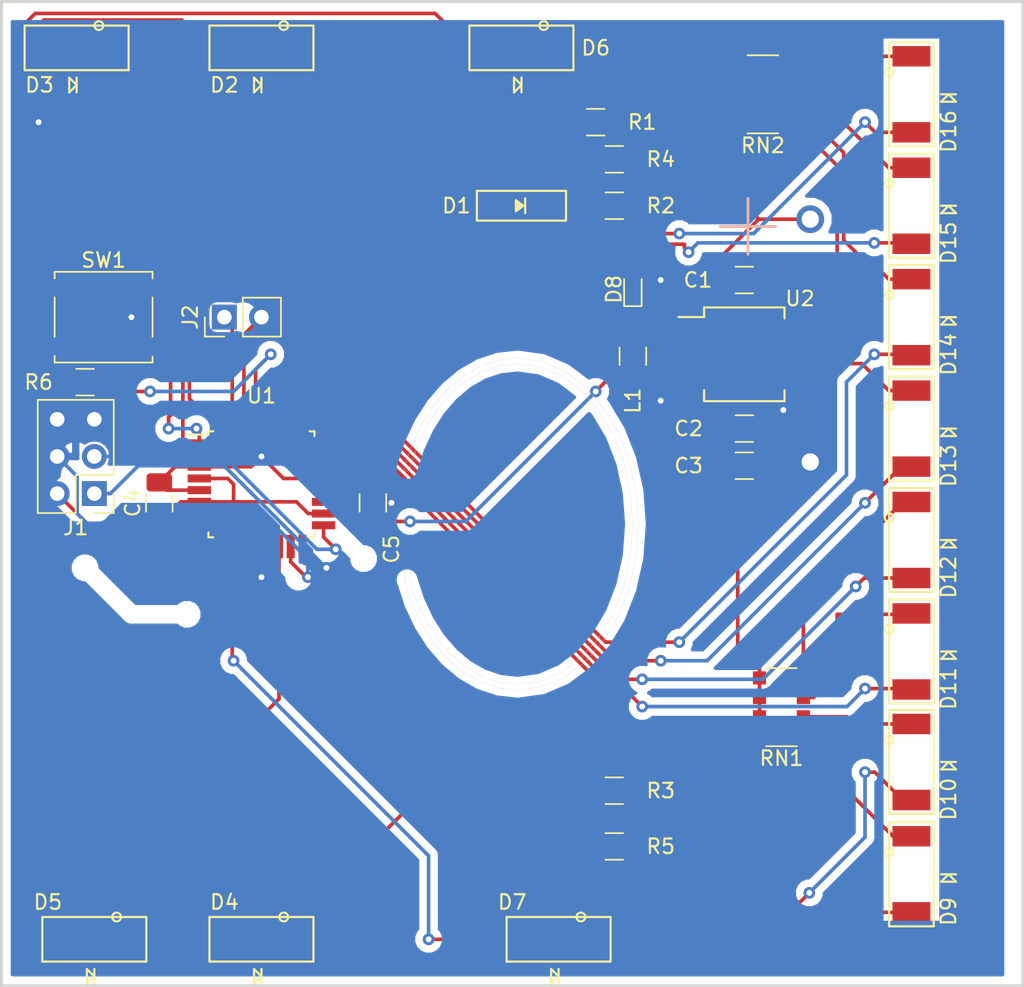
<source format=kicad_pcb>
(kicad_pcb (version 20171130) (host pcbnew "(5.1.2)-1")

  (general
    (thickness 1.6)
    (drawings 176)
    (tracks 346)
    (zones 0)
    (modules 36)
    (nets 44)
  )

  (page A4)
  (layers
    (0 F.Cu signal)
    (31 B.Cu signal)
    (32 B.Adhes user hide)
    (33 F.Adhes user hide)
    (34 B.Paste user)
    (35 F.Paste user)
    (36 B.SilkS user)
    (37 F.SilkS user)
    (38 B.Mask user)
    (39 F.Mask user hide)
    (40 Dwgs.User user)
    (41 Cmts.User user)
    (42 Eco1.User user hide)
    (43 Eco2.User user hide)
    (44 Edge.Cuts user)
    (45 Margin user)
    (46 B.CrtYd user hide)
    (47 F.CrtYd user hide)
    (48 B.Fab user hide)
    (49 F.Fab user hide)
  )

  (setup
    (last_trace_width 0.25)
    (trace_clearance 0.2)
    (zone_clearance 0.508)
    (zone_45_only yes)
    (trace_min 0.2)
    (via_size 0.8)
    (via_drill 0.4)
    (via_min_size 0.4)
    (via_min_drill 0.3)
    (uvia_size 0.3)
    (uvia_drill 0.1)
    (uvias_allowed no)
    (uvia_min_size 0.2)
    (uvia_min_drill 0.1)
    (edge_width 0.2)
    (segment_width 0.2)
    (pcb_text_width 0.3)
    (pcb_text_size 1.5 1.5)
    (mod_edge_width 0.15)
    (mod_text_size 1 1)
    (mod_text_width 0.15)
    (pad_size 1.5 1.5)
    (pad_drill 0.6)
    (pad_to_mask_clearance 0)
    (solder_mask_min_width 0.25)
    (aux_axis_origin 0 0)
    (visible_elements 7FFFFFFF)
    (pcbplotparams
      (layerselection 0x000f0_ffffffff)
      (usegerberextensions false)
      (usegerberattributes false)
      (usegerberadvancedattributes false)
      (creategerberjobfile false)
      (excludeedgelayer true)
      (linewidth 0.100000)
      (plotframeref false)
      (viasonmask false)
      (mode 1)
      (useauxorigin false)
      (hpglpennumber 1)
      (hpglpenspeed 20)
      (hpglpendiameter 15.000000)
      (psnegative false)
      (psa4output false)
      (plotreference true)
      (plotvalue true)
      (plotinvisibletext false)
      (padsonsilk false)
      (subtractmaskfromsilk false)
      (outputformat 1)
      (mirror false)
      (drillshape 0)
      (scaleselection 1)
      (outputdirectory ""))
  )

  (net 0 "")
  (net 1 VCC)
  (net 2 GND)
  (net 3 +3V3)
  (net 4 /NavLight)
  (net 5 "Net-(D1-Pad2)")
  (net 6 "Net-(D2-Pad2)")
  (net 7 /PNacelle)
  (net 8 /SNacelle)
  (net 9 "Net-(D4-Pad2)")
  (net 10 "Net-(D6-Pad2)")
  (net 11 /PCollector)
  (net 12 "Net-(D7-Pad2)")
  (net 13 /SCollector)
  (net 14 "Net-(D8-Pad1)")
  (net 15 "Net-(D9-Pad2)")
  (net 16 /PHAS1)
  (net 17 /PHAS2)
  (net 18 "Net-(D10-Pad2)")
  (net 19 /PHAS3)
  (net 20 "Net-(D11-Pad2)")
  (net 21 "Net-(D12-Pad2)")
  (net 22 /PHAS4)
  (net 23 /PHAS5)
  (net 24 "Net-(D13-Pad2)")
  (net 25 "Net-(D14-Pad2)")
  (net 26 /PHAS6)
  (net 27 /PHAS7)
  (net 28 "Net-(D15-Pad2)")
  (net 29 "Net-(D16-Pad2)")
  (net 30 /PHAS8)
  (net 31 /MISO)
  (net 32 /SCK)
  (net 33 /MOSI)
  (net 34 /RESET)
  (net 35 /TX)
  (net 36 /RX)
  (net 37 "Net-(U1-Pad7)")
  (net 38 "Net-(U1-Pad8)")
  (net 39 "Net-(U1-Pad11)")
  (net 40 "Net-(U1-Pad12)")
  (net 41 "Net-(U1-Pad19)")
  (net 42 "Net-(U1-Pad20)")
  (net 43 "Net-(U1-Pad22)")

  (net_class Default "This is the default net class."
    (clearance 0.2)
    (trace_width 0.25)
    (via_dia 0.8)
    (via_drill 0.4)
    (uvia_dia 0.3)
    (uvia_drill 0.1)
    (add_net +3V3)
    (add_net /MISO)
    (add_net /MOSI)
    (add_net /NavLight)
    (add_net /PCollector)
    (add_net /PHAS1)
    (add_net /PHAS2)
    (add_net /PHAS3)
    (add_net /PHAS4)
    (add_net /PHAS5)
    (add_net /PHAS6)
    (add_net /PHAS7)
    (add_net /PHAS8)
    (add_net /PNacelle)
    (add_net /RESET)
    (add_net /RX)
    (add_net /SCK)
    (add_net /SCollector)
    (add_net /SNacelle)
    (add_net /TX)
    (add_net GND)
    (add_net "Net-(D1-Pad2)")
    (add_net "Net-(D10-Pad2)")
    (add_net "Net-(D11-Pad2)")
    (add_net "Net-(D12-Pad2)")
    (add_net "Net-(D13-Pad2)")
    (add_net "Net-(D14-Pad2)")
    (add_net "Net-(D15-Pad2)")
    (add_net "Net-(D16-Pad2)")
    (add_net "Net-(D2-Pad2)")
    (add_net "Net-(D4-Pad2)")
    (add_net "Net-(D6-Pad2)")
    (add_net "Net-(D7-Pad2)")
    (add_net "Net-(D8-Pad1)")
    (add_net "Net-(D9-Pad2)")
    (add_net "Net-(U1-Pad11)")
    (add_net "Net-(U1-Pad12)")
    (add_net "Net-(U1-Pad19)")
    (add_net "Net-(U1-Pad20)")
    (add_net "Net-(U1-Pad22)")
    (add_net "Net-(U1-Pad7)")
    (add_net "Net-(U1-Pad8)")
    (add_net VCC)
  )

  (module Connector_PinHeader_2.54mm:PinHeader_1x02_P2.54mm_Vertical (layer F.Cu) (tedit 59FED5CC) (tstamp 5CA3FD33)
    (at 71.12 116.84 90)
    (descr "Through hole straight pin header, 1x02, 2.54mm pitch, single row")
    (tags "Through hole pin header THT 1x02 2.54mm single row")
    (path /5C5F34D6)
    (fp_text reference J2 (at 0 -2.33 90) (layer F.SilkS)
      (effects (font (size 1 1) (thickness 0.15)))
    )
    (fp_text value Conn_01x02_Female (at 0 4.87 90) (layer F.Fab)
      (effects (font (size 1 1) (thickness 0.15)))
    )
    (fp_text user %R (at 0 1.27) (layer F.Fab)
      (effects (font (size 1 1) (thickness 0.15)))
    )
    (fp_line (start 1.8 -1.8) (end -1.8 -1.8) (layer F.CrtYd) (width 0.05))
    (fp_line (start 1.8 4.35) (end 1.8 -1.8) (layer F.CrtYd) (width 0.05))
    (fp_line (start -1.8 4.35) (end 1.8 4.35) (layer F.CrtYd) (width 0.05))
    (fp_line (start -1.8 -1.8) (end -1.8 4.35) (layer F.CrtYd) (width 0.05))
    (fp_line (start -1.33 -1.33) (end 0 -1.33) (layer F.SilkS) (width 0.12))
    (fp_line (start -1.33 0) (end -1.33 -1.33) (layer F.SilkS) (width 0.12))
    (fp_line (start -1.33 1.27) (end 1.33 1.27) (layer F.SilkS) (width 0.12))
    (fp_line (start 1.33 1.27) (end 1.33 3.87) (layer F.SilkS) (width 0.12))
    (fp_line (start -1.33 1.27) (end -1.33 3.87) (layer F.SilkS) (width 0.12))
    (fp_line (start -1.33 3.87) (end 1.33 3.87) (layer F.SilkS) (width 0.12))
    (fp_line (start -1.27 -0.635) (end -0.635 -1.27) (layer F.Fab) (width 0.1))
    (fp_line (start -1.27 3.81) (end -1.27 -0.635) (layer F.Fab) (width 0.1))
    (fp_line (start 1.27 3.81) (end -1.27 3.81) (layer F.Fab) (width 0.1))
    (fp_line (start 1.27 -1.27) (end 1.27 3.81) (layer F.Fab) (width 0.1))
    (fp_line (start -0.635 -1.27) (end 1.27 -1.27) (layer F.Fab) (width 0.1))
    (pad 2 thru_hole oval (at 0 2.54 90) (size 1.7 1.7) (drill 1) (layers *.Cu *.Mask)
      (net 36 /RX))
    (pad 1 thru_hole rect (at 0 0 90) (size 1.7 1.7) (drill 1) (layers *.Cu *.Mask)
      (net 35 /TX))
    (model ${KISYS3DMOD}/Connector_PinHeader_2.54mm.3dshapes/PinHeader_1x02_P2.54mm_Vertical.wrl
      (at (xyz 0 0 0))
      (scale (xyz 1 1 1))
      (rotate (xyz 0 0 0))
    )
  )

  (module Connector_PinHeader_2.54mm:PinHeader_2x03_P2.54mm_Vertical (layer F.Cu) (tedit 59FED5CC) (tstamp 5CA3FD1B)
    (at 62.23 128.905 180)
    (descr "Through hole straight pin header, 2x03, 2.54mm pitch, double rows")
    (tags "Through hole pin header THT 2x03 2.54mm double row")
    (path /5C565304)
    (fp_text reference J1 (at 1.27 -2.33) (layer F.SilkS)
      (effects (font (size 1 1) (thickness 0.15)))
    )
    (fp_text value AVR-ISP-6 (at 1.27 7.41) (layer F.Fab)
      (effects (font (size 1 1) (thickness 0.15)))
    )
    (fp_text user %R (at 1.27 2.54 90) (layer F.Fab)
      (effects (font (size 1 1) (thickness 0.15)))
    )
    (fp_line (start 4.35 -1.8) (end -1.8 -1.8) (layer F.CrtYd) (width 0.05))
    (fp_line (start 4.35 6.85) (end 4.35 -1.8) (layer F.CrtYd) (width 0.05))
    (fp_line (start -1.8 6.85) (end 4.35 6.85) (layer F.CrtYd) (width 0.05))
    (fp_line (start -1.8 -1.8) (end -1.8 6.85) (layer F.CrtYd) (width 0.05))
    (fp_line (start -1.33 -1.33) (end 0 -1.33) (layer F.SilkS) (width 0.12))
    (fp_line (start -1.33 0) (end -1.33 -1.33) (layer F.SilkS) (width 0.12))
    (fp_line (start 1.27 -1.33) (end 3.87 -1.33) (layer F.SilkS) (width 0.12))
    (fp_line (start 1.27 1.27) (end 1.27 -1.33) (layer F.SilkS) (width 0.12))
    (fp_line (start -1.33 1.27) (end 1.27 1.27) (layer F.SilkS) (width 0.12))
    (fp_line (start 3.87 -1.33) (end 3.87 6.41) (layer F.SilkS) (width 0.12))
    (fp_line (start -1.33 1.27) (end -1.33 6.41) (layer F.SilkS) (width 0.12))
    (fp_line (start -1.33 6.41) (end 3.87 6.41) (layer F.SilkS) (width 0.12))
    (fp_line (start -1.27 0) (end 0 -1.27) (layer F.Fab) (width 0.1))
    (fp_line (start -1.27 6.35) (end -1.27 0) (layer F.Fab) (width 0.1))
    (fp_line (start 3.81 6.35) (end -1.27 6.35) (layer F.Fab) (width 0.1))
    (fp_line (start 3.81 -1.27) (end 3.81 6.35) (layer F.Fab) (width 0.1))
    (fp_line (start 0 -1.27) (end 3.81 -1.27) (layer F.Fab) (width 0.1))
    (pad 6 thru_hole oval (at 2.54 5.08 180) (size 1.7 1.7) (drill 1) (layers *.Cu *.Mask)
      (net 2 GND))
    (pad 5 thru_hole oval (at 0 5.08 180) (size 1.7 1.7) (drill 1) (layers *.Cu *.Mask)
      (net 34 /RESET))
    (pad 4 thru_hole oval (at 2.54 2.54 180) (size 1.7 1.7) (drill 1) (layers *.Cu *.Mask)
      (net 33 /MOSI))
    (pad 3 thru_hole oval (at 0 2.54 180) (size 1.7 1.7) (drill 1) (layers *.Cu *.Mask)
      (net 32 /SCK))
    (pad 2 thru_hole oval (at 2.54 0 180) (size 1.7 1.7) (drill 1) (layers *.Cu *.Mask)
      (net 3 +3V3))
    (pad 1 thru_hole rect (at 0 0 180) (size 1.7 1.7) (drill 1) (layers *.Cu *.Mask)
      (net 31 /MISO))
    (model ${KISYS3DMOD}/Connector_PinHeader_2.54mm.3dshapes/PinHeader_2x03_P2.54mm_Vertical.wrl
      (at (xyz 0 0 0))
      (scale (xyz 1 1 1))
      (rotate (xyz 0 0 0))
    )
  )

  (module "Battery:AAx4 holder" locked (layer B.Cu) (tedit 5C5F2705) (tstamp 5CA44722)
    (at 85.09 129.54)
    (path /5C4E2E10)
    (fp_text reference BATT1 (at -24.892 -29.972) (layer B.SilkS) hide
      (effects (font (size 1 1) (thickness 0.15)) (justify mirror))
    )
    (fp_text value BatteryPack (at -23.876 30.48) (layer B.Fab)
      (effects (font (size 1 1) (thickness 0.15)) (justify mirror))
    )
    (fp_text user + (at 21.844 -19.304) (layer B.SilkS)
      (effects (font (size 5 5) (thickness 0.2)) (justify mirror))
    )
    (fp_line (start -28.6 -27.5) (end -28.6 27.5) (layer Dwgs.User) (width 0.15))
    (fp_line (start -28.6 -27.5) (end 28.6 -27.5) (layer Dwgs.User) (width 0.15))
    (fp_line (start 28.6 -27.5) (end 28.6 27.5) (layer Dwgs.User) (width 0.15))
    (fp_line (start -28.6 27.5) (end 28.6 27.5) (layer Dwgs.User) (width 0.15))
    (pad 2 thru_hole circle (at 26.1 -2.8) (size 1.9 1.9) (drill 1.18) (layers *.Cu *.Mask)
      (net 2 GND) (solder_mask_margin 0.2) (solder_paste_margin -0.2) (zone_connect 2))
    (pad 1 thru_hole circle (at 26.1 -19.4) (size 1.9 1.9) (drill 1.18) (layers *.Cu B.Mask)
      (net 1 VCC) (solder_mask_margin 0.2) (solder_paste_margin -0.2) (zone_connect 2))
  )

  (module Package_SO:SO-8_5.3x6.2mm_P1.27mm (layer F.Cu) (tedit 5A02F2D3) (tstamp 5CA410DD)
    (at 106.68 119.38)
    (descr "8-Lead Plastic Small Outline, 5.3x6.2mm Body (http://www.ti.com.cn/cn/lit/ds/symlink/tl7705a.pdf)")
    (tags "SOIC 1.27")
    (path /5C661729)
    (attr smd)
    (fp_text reference U2 (at 3.81 -3.81) (layer F.SilkS)
      (effects (font (size 1 1) (thickness 0.15)))
    )
    (fp_text value AP1509 (at 0 4.13) (layer F.Fab)
      (effects (font (size 1 1) (thickness 0.15)))
    )
    (fp_text user %R (at 0 0) (layer F.Fab)
      (effects (font (size 1 1) (thickness 0.15)))
    )
    (fp_line (start -1.65 -3.1) (end 2.65 -3.1) (layer F.Fab) (width 0.15))
    (fp_line (start 2.65 -3.1) (end 2.65 3.1) (layer F.Fab) (width 0.15))
    (fp_line (start 2.65 3.1) (end -2.65 3.1) (layer F.Fab) (width 0.15))
    (fp_line (start -2.65 3.1) (end -2.65 -2.1) (layer F.Fab) (width 0.15))
    (fp_line (start -2.65 -2.1) (end -1.65 -3.1) (layer F.Fab) (width 0.15))
    (fp_line (start -4.83 -3.35) (end -4.83 3.35) (layer F.CrtYd) (width 0.05))
    (fp_line (start 4.83 -3.35) (end 4.83 3.35) (layer F.CrtYd) (width 0.05))
    (fp_line (start -4.83 -3.35) (end 4.83 -3.35) (layer F.CrtYd) (width 0.05))
    (fp_line (start -4.83 3.35) (end 4.83 3.35) (layer F.CrtYd) (width 0.05))
    (fp_line (start -2.75 -3.205) (end -2.75 -2.55) (layer F.SilkS) (width 0.15))
    (fp_line (start 2.75 -3.205) (end 2.75 -2.455) (layer F.SilkS) (width 0.15))
    (fp_line (start 2.75 3.205) (end 2.75 2.455) (layer F.SilkS) (width 0.15))
    (fp_line (start -2.75 3.205) (end -2.75 2.455) (layer F.SilkS) (width 0.15))
    (fp_line (start -2.75 -3.205) (end 2.75 -3.205) (layer F.SilkS) (width 0.15))
    (fp_line (start -2.75 3.205) (end 2.75 3.205) (layer F.SilkS) (width 0.15))
    (fp_line (start -2.75 -2.55) (end -4.5 -2.55) (layer F.SilkS) (width 0.15))
    (pad 1 smd rect (at -3.7 -1.905) (size 1.75 0.55) (layers F.Cu F.Paste F.Mask)
      (net 1 VCC))
    (pad 2 smd rect (at -3.7 -0.635) (size 1.75 0.55) (layers F.Cu F.Paste F.Mask)
      (net 14 "Net-(D8-Pad1)"))
    (pad 3 smd rect (at -3.7 0.635) (size 1.75 0.55) (layers F.Cu F.Paste F.Mask)
      (net 3 +3V3))
    (pad 4 smd rect (at -3.7 1.905) (size 1.75 0.55) (layers F.Cu F.Paste F.Mask)
      (net 2 GND))
    (pad 5 smd rect (at 3.7 1.905) (size 1.75 0.55) (layers F.Cu F.Paste F.Mask)
      (net 2 GND))
    (pad 6 smd rect (at 3.7 0.635) (size 1.75 0.55) (layers F.Cu F.Paste F.Mask)
      (net 2 GND))
    (pad 7 smd rect (at 3.7 -0.635) (size 1.75 0.55) (layers F.Cu F.Paste F.Mask)
      (net 2 GND))
    (pad 8 smd rect (at 3.7 -1.905) (size 1.75 0.55) (layers F.Cu F.Paste F.Mask)
      (net 2 GND))
    (model ${KISYS3DMOD}/Package_SO.3dshapes/SO-8_5.3x6.2mm_P1.27mm.wrl
      (at (xyz 0 0 0))
      (scale (xyz 1 1 1))
      (rotate (xyz 0 0 0))
    )
  )

  (module Capacitor_SMD:C_1206_3216Metric (layer F.Cu) (tedit 5B301BBE) (tstamp 5CA4240C)
    (at 106.68 114.3)
    (descr "Capacitor SMD 1206 (3216 Metric), square (rectangular) end terminal, IPC_7351 nominal, (Body size source: http://www.tortai-tech.com/upload/download/2011102023233369053.pdf), generated with kicad-footprint-generator")
    (tags capacitor)
    (path /5C509738)
    (attr smd)
    (fp_text reference C1 (at -3.175 0) (layer F.SilkS)
      (effects (font (size 1 1) (thickness 0.15)))
    )
    (fp_text value 10uF (at 0 1.82) (layer F.Fab)
      (effects (font (size 1 1) (thickness 0.15)))
    )
    (fp_line (start -1.6 0.8) (end -1.6 -0.8) (layer F.Fab) (width 0.1))
    (fp_line (start -1.6 -0.8) (end 1.6 -0.8) (layer F.Fab) (width 0.1))
    (fp_line (start 1.6 -0.8) (end 1.6 0.8) (layer F.Fab) (width 0.1))
    (fp_line (start 1.6 0.8) (end -1.6 0.8) (layer F.Fab) (width 0.1))
    (fp_line (start -0.602064 -0.91) (end 0.602064 -0.91) (layer F.SilkS) (width 0.12))
    (fp_line (start -0.602064 0.91) (end 0.602064 0.91) (layer F.SilkS) (width 0.12))
    (fp_line (start -2.28 1.12) (end -2.28 -1.12) (layer F.CrtYd) (width 0.05))
    (fp_line (start -2.28 -1.12) (end 2.28 -1.12) (layer F.CrtYd) (width 0.05))
    (fp_line (start 2.28 -1.12) (end 2.28 1.12) (layer F.CrtYd) (width 0.05))
    (fp_line (start 2.28 1.12) (end -2.28 1.12) (layer F.CrtYd) (width 0.05))
    (fp_text user %R (at 0 0) (layer F.Fab)
      (effects (font (size 0.8 0.8) (thickness 0.12)))
    )
    (pad 1 smd roundrect (at -1.4 0) (size 1.25 1.75) (layers F.Cu F.Paste F.Mask) (roundrect_rratio 0.2)
      (net 1 VCC))
    (pad 2 smd roundrect (at 1.4 0) (size 1.25 1.75) (layers F.Cu F.Paste F.Mask) (roundrect_rratio 0.2)
      (net 2 GND))
    (model ${KISYS3DMOD}/Capacitor_SMD.3dshapes/C_1206_3216Metric.wrl
      (at (xyz 0 0 0))
      (scale (xyz 1 1 1))
      (rotate (xyz 0 0 0))
    )
  )

  (module Capacitor_SMD:C_1206_3216Metric (layer F.Cu) (tedit 5B301BBE) (tstamp 5CA3FBA5)
    (at 106.68 124.46)
    (descr "Capacitor SMD 1206 (3216 Metric), square (rectangular) end terminal, IPC_7351 nominal, (Body size source: http://www.tortai-tech.com/upload/download/2011102023233369053.pdf), generated with kicad-footprint-generator")
    (tags capacitor)
    (path /5C509D37)
    (attr smd)
    (fp_text reference C2 (at -3.81 0) (layer F.SilkS)
      (effects (font (size 1 1) (thickness 0.15)))
    )
    (fp_text value 10uF (at 0 1.82) (layer F.Fab)
      (effects (font (size 1 1) (thickness 0.15)))
    )
    (fp_line (start -1.6 0.8) (end -1.6 -0.8) (layer F.Fab) (width 0.1))
    (fp_line (start -1.6 -0.8) (end 1.6 -0.8) (layer F.Fab) (width 0.1))
    (fp_line (start 1.6 -0.8) (end 1.6 0.8) (layer F.Fab) (width 0.1))
    (fp_line (start 1.6 0.8) (end -1.6 0.8) (layer F.Fab) (width 0.1))
    (fp_line (start -0.602064 -0.91) (end 0.602064 -0.91) (layer F.SilkS) (width 0.12))
    (fp_line (start -0.602064 0.91) (end 0.602064 0.91) (layer F.SilkS) (width 0.12))
    (fp_line (start -2.28 1.12) (end -2.28 -1.12) (layer F.CrtYd) (width 0.05))
    (fp_line (start -2.28 -1.12) (end 2.28 -1.12) (layer F.CrtYd) (width 0.05))
    (fp_line (start 2.28 -1.12) (end 2.28 1.12) (layer F.CrtYd) (width 0.05))
    (fp_line (start 2.28 1.12) (end -2.28 1.12) (layer F.CrtYd) (width 0.05))
    (fp_text user %R (at 0 0) (layer F.Fab)
      (effects (font (size 0.8 0.8) (thickness 0.12)))
    )
    (pad 1 smd roundrect (at -1.4 0) (size 1.25 1.75) (layers F.Cu F.Paste F.Mask) (roundrect_rratio 0.2)
      (net 3 +3V3))
    (pad 2 smd roundrect (at 1.4 0) (size 1.25 1.75) (layers F.Cu F.Paste F.Mask) (roundrect_rratio 0.2)
      (net 2 GND))
    (model ${KISYS3DMOD}/Capacitor_SMD.3dshapes/C_1206_3216Metric.wrl
      (at (xyz 0 0 0))
      (scale (xyz 1 1 1))
      (rotate (xyz 0 0 0))
    )
  )

  (module Capacitor_SMD:C_1206_3216Metric (layer F.Cu) (tedit 5B301BBE) (tstamp 5CA3FBB6)
    (at 106.68 127)
    (descr "Capacitor SMD 1206 (3216 Metric), square (rectangular) end terminal, IPC_7351 nominal, (Body size source: http://www.tortai-tech.com/upload/download/2011102023233369053.pdf), generated with kicad-footprint-generator")
    (tags capacitor)
    (path /5C509DC5)
    (attr smd)
    (fp_text reference C3 (at -3.81 0) (layer F.SilkS)
      (effects (font (size 1 1) (thickness 0.15)))
    )
    (fp_text value 1uF (at 0 1.82) (layer F.Fab)
      (effects (font (size 1 1) (thickness 0.15)))
    )
    (fp_text user %R (at 0 0) (layer F.Fab)
      (effects (font (size 0.8 0.8) (thickness 0.12)))
    )
    (fp_line (start 2.28 1.12) (end -2.28 1.12) (layer F.CrtYd) (width 0.05))
    (fp_line (start 2.28 -1.12) (end 2.28 1.12) (layer F.CrtYd) (width 0.05))
    (fp_line (start -2.28 -1.12) (end 2.28 -1.12) (layer F.CrtYd) (width 0.05))
    (fp_line (start -2.28 1.12) (end -2.28 -1.12) (layer F.CrtYd) (width 0.05))
    (fp_line (start -0.602064 0.91) (end 0.602064 0.91) (layer F.SilkS) (width 0.12))
    (fp_line (start -0.602064 -0.91) (end 0.602064 -0.91) (layer F.SilkS) (width 0.12))
    (fp_line (start 1.6 0.8) (end -1.6 0.8) (layer F.Fab) (width 0.1))
    (fp_line (start 1.6 -0.8) (end 1.6 0.8) (layer F.Fab) (width 0.1))
    (fp_line (start -1.6 -0.8) (end 1.6 -0.8) (layer F.Fab) (width 0.1))
    (fp_line (start -1.6 0.8) (end -1.6 -0.8) (layer F.Fab) (width 0.1))
    (pad 2 smd roundrect (at 1.4 0) (size 1.25 1.75) (layers F.Cu F.Paste F.Mask) (roundrect_rratio 0.2)
      (net 2 GND))
    (pad 1 smd roundrect (at -1.4 0) (size 1.25 1.75) (layers F.Cu F.Paste F.Mask) (roundrect_rratio 0.2)
      (net 3 +3V3))
    (model ${KISYS3DMOD}/Capacitor_SMD.3dshapes/C_1206_3216Metric.wrl
      (at (xyz 0 0 0))
      (scale (xyz 1 1 1))
      (rotate (xyz 0 0 0))
    )
  )

  (module Capacitor_SMD:C_1206_3216Metric (layer F.Cu) (tedit 5B301BBE) (tstamp 5CA3FBC7)
    (at 66.675 129.54 90)
    (descr "Capacitor SMD 1206 (3216 Metric), square (rectangular) end terminal, IPC_7351 nominal, (Body size source: http://www.tortai-tech.com/upload/download/2011102023233369053.pdf), generated with kicad-footprint-generator")
    (tags capacitor)
    (path /5C5FF9B4)
    (attr smd)
    (fp_text reference C4 (at 0 -1.82 90) (layer F.SilkS)
      (effects (font (size 1 1) (thickness 0.15)))
    )
    (fp_text value .1uF (at 0 1.82 90) (layer F.Fab)
      (effects (font (size 1 1) (thickness 0.15)))
    )
    (fp_line (start -1.6 0.8) (end -1.6 -0.8) (layer F.Fab) (width 0.1))
    (fp_line (start -1.6 -0.8) (end 1.6 -0.8) (layer F.Fab) (width 0.1))
    (fp_line (start 1.6 -0.8) (end 1.6 0.8) (layer F.Fab) (width 0.1))
    (fp_line (start 1.6 0.8) (end -1.6 0.8) (layer F.Fab) (width 0.1))
    (fp_line (start -0.602064 -0.91) (end 0.602064 -0.91) (layer F.SilkS) (width 0.12))
    (fp_line (start -0.602064 0.91) (end 0.602064 0.91) (layer F.SilkS) (width 0.12))
    (fp_line (start -2.28 1.12) (end -2.28 -1.12) (layer F.CrtYd) (width 0.05))
    (fp_line (start -2.28 -1.12) (end 2.28 -1.12) (layer F.CrtYd) (width 0.05))
    (fp_line (start 2.28 -1.12) (end 2.28 1.12) (layer F.CrtYd) (width 0.05))
    (fp_line (start 2.28 1.12) (end -2.28 1.12) (layer F.CrtYd) (width 0.05))
    (fp_text user %R (at 0 0 90) (layer F.Fab)
      (effects (font (size 0.8 0.8) (thickness 0.12)))
    )
    (pad 1 smd roundrect (at -1.4 0 90) (size 1.25 1.75) (layers F.Cu F.Paste F.Mask) (roundrect_rratio 0.2)
      (net 3 +3V3))
    (pad 2 smd roundrect (at 1.4 0 90) (size 1.25 1.75) (layers F.Cu F.Paste F.Mask) (roundrect_rratio 0.2)
      (net 2 GND))
    (model ${KISYS3DMOD}/Capacitor_SMD.3dshapes/C_1206_3216Metric.wrl
      (at (xyz 0 0 0))
      (scale (xyz 1 1 1))
      (rotate (xyz 0 0 0))
    )
  )

  (module Capacitor_SMD:C_1206_3216Metric (layer F.Cu) (tedit 5B301BBE) (tstamp 5CA3FBD8)
    (at 81.28 129.54 90)
    (descr "Capacitor SMD 1206 (3216 Metric), square (rectangular) end terminal, IPC_7351 nominal, (Body size source: http://www.tortai-tech.com/upload/download/2011102023233369053.pdf), generated with kicad-footprint-generator")
    (tags capacitor)
    (path /5C5FFAA5)
    (attr smd)
    (fp_text reference C5 (at -3.175 1.27 90) (layer F.SilkS)
      (effects (font (size 1 1) (thickness 0.15)))
    )
    (fp_text value .1uF (at 0 1.82 90) (layer F.Fab)
      (effects (font (size 1 1) (thickness 0.15)))
    )
    (fp_text user %R (at 0 0 90) (layer F.Fab)
      (effects (font (size 0.8 0.8) (thickness 0.12)))
    )
    (fp_line (start 2.28 1.12) (end -2.28 1.12) (layer F.CrtYd) (width 0.05))
    (fp_line (start 2.28 -1.12) (end 2.28 1.12) (layer F.CrtYd) (width 0.05))
    (fp_line (start -2.28 -1.12) (end 2.28 -1.12) (layer F.CrtYd) (width 0.05))
    (fp_line (start -2.28 1.12) (end -2.28 -1.12) (layer F.CrtYd) (width 0.05))
    (fp_line (start -0.602064 0.91) (end 0.602064 0.91) (layer F.SilkS) (width 0.12))
    (fp_line (start -0.602064 -0.91) (end 0.602064 -0.91) (layer F.SilkS) (width 0.12))
    (fp_line (start 1.6 0.8) (end -1.6 0.8) (layer F.Fab) (width 0.1))
    (fp_line (start 1.6 -0.8) (end 1.6 0.8) (layer F.Fab) (width 0.1))
    (fp_line (start -1.6 -0.8) (end 1.6 -0.8) (layer F.Fab) (width 0.1))
    (fp_line (start -1.6 0.8) (end -1.6 -0.8) (layer F.Fab) (width 0.1))
    (pad 2 smd roundrect (at 1.4 0 90) (size 1.25 1.75) (layers F.Cu F.Paste F.Mask) (roundrect_rratio 0.2)
      (net 2 GND))
    (pad 1 smd roundrect (at -1.4 0 90) (size 1.25 1.75) (layers F.Cu F.Paste F.Mask) (roundrect_rratio 0.2)
      (net 3 +3V3))
    (model ${KISYS3DMOD}/Capacitor_SMD.3dshapes/C_1206_3216Metric.wrl
      (at (xyz 0 0 0))
      (scale (xyz 1 1 1))
      (rotate (xyz 0 0 0))
    )
  )

  (module LED_SMD:3.8x1.2mm (layer F.Cu) (tedit 5C57CEFD) (tstamp 5CA3FBE5)
    (at 91.44 109.22)
    (path /5C4E24E3)
    (fp_text reference D1 (at -4.445 0) (layer F.SilkS)
      (effects (font (size 1 1) (thickness 0.15)))
    )
    (fp_text value White (at -1.27 -3.81) (layer F.Fab) hide
      (effects (font (size 1 1) (thickness 0.15)))
    )
    (fp_poly (pts (xy 0 1.27) (xy -1.27 2.54) (xy 1.27 2.54)) (layer Dwgs.User) (width 0.15))
    (fp_poly (pts (xy -0.381 -0.381) (xy -0.381 0.381) (xy 0.127 0)) (layer F.SilkS) (width 0.15))
    (fp_line (start 0.254 -0.508) (end 0.254 0.508) (layer F.SilkS) (width 0.15))
    (fp_line (start -3.048 -1.016) (end 3.048 -1.016) (layer F.SilkS) (width 0.15))
    (fp_line (start 3.048 -1.016) (end 3.048 1.016) (layer F.SilkS) (width 0.15))
    (fp_line (start 3.048 1.016) (end -3.048 1.016) (layer F.SilkS) (width 0.15))
    (fp_line (start -3.048 1.016) (end -3.048 -1.016) (layer F.SilkS) (width 0.15))
    (pad 1 smd rect (at -1.8 0) (size 1.5 0.85) (layers F.Cu F.Paste F.Mask)
      (net 4 /NavLight))
    (pad 2 smd rect (at 1.8 0) (size 1.5 0.85) (layers F.Cu F.Paste F.Mask)
      (net 5 "Net-(D1-Pad2)"))
  )

  (module LED_SMD:2PLCC_flipped_noHole (layer F.Cu) (tedit 5C57DDF7) (tstamp 5CA439F3)
    (at 73.66 98.425)
    (path /5C4E39E2)
    (fp_text reference D2 (at -2.54 2.54) (layer F.SilkS)
      (effects (font (size 1 1) (thickness 0.15)))
    )
    (fp_text value Blue (at 0.508 -3.048) (layer F.Fab) hide
      (effects (font (size 1 1) (thickness 0.15)))
    )
    (fp_poly (pts (xy -1.524 -1.016) (xy 1.524 -1.016) (xy 1.524 1.016) (xy -1.524 1.016)) (layer F.Mask) (width 0.15))
    (fp_line (start 0 2.032) (end 0 3.048) (layer F.SilkS) (width 0.15))
    (fp_line (start 0 2.54) (end -0.508 2.032) (layer F.SilkS) (width 0.15))
    (fp_line (start -0.508 3.048) (end 0 2.54) (layer F.SilkS) (width 0.15))
    (fp_line (start -0.508 2.032) (end -0.508 3.048) (layer F.SilkS) (width 0.15))
    (fp_circle (center 1.524 -1.524) (end 1.824 -1.524) (layer F.SilkS) (width 0.15))
    (fp_line (start -3.556 1.524) (end -3.556 -1.524) (layer F.SilkS) (width 0.15))
    (fp_line (start 3.556 1.524) (end -3.556 1.524) (layer F.SilkS) (width 0.15))
    (fp_line (start 3.556 -1.524) (end 3.556 1.524) (layer F.SilkS) (width 0.15))
    (fp_line (start -3.556 -1.524) (end 3.556 -1.524) (layer F.SilkS) (width 0.15))
    (pad 2 smd rect (at 2.6 0) (size 1.4 2.6) (layers F.Cu F.Paste F.Mask)
      (net 6 "Net-(D2-Pad2)"))
    (pad 1 smd rect (at -2.6 0) (size 1.4 2.6) (layers F.Cu F.Paste F.Mask)
      (net 7 /PNacelle))
  )

  (module LED_SMD:2PLCC_flipped_noHole (layer F.Cu) (tedit 5C57DDF7) (tstamp 5CA44536)
    (at 61.02 98.425)
    (path /5C4E39EA)
    (fp_text reference D3 (at -2.54 2.54) (layer F.SilkS)
      (effects (font (size 1 1) (thickness 0.15)))
    )
    (fp_text value Blue (at 0.508 -3.048) (layer F.Fab) hide
      (effects (font (size 1 1) (thickness 0.15)))
    )
    (fp_line (start -3.556 -1.524) (end 3.556 -1.524) (layer F.SilkS) (width 0.15))
    (fp_line (start 3.556 -1.524) (end 3.556 1.524) (layer F.SilkS) (width 0.15))
    (fp_line (start 3.556 1.524) (end -3.556 1.524) (layer F.SilkS) (width 0.15))
    (fp_line (start -3.556 1.524) (end -3.556 -1.524) (layer F.SilkS) (width 0.15))
    (fp_circle (center 1.524 -1.524) (end 1.824 -1.524) (layer F.SilkS) (width 0.15))
    (fp_line (start -0.508 2.032) (end -0.508 3.048) (layer F.SilkS) (width 0.15))
    (fp_line (start -0.508 3.048) (end 0 2.54) (layer F.SilkS) (width 0.15))
    (fp_line (start 0 2.54) (end -0.508 2.032) (layer F.SilkS) (width 0.15))
    (fp_line (start 0 2.032) (end 0 3.048) (layer F.SilkS) (width 0.15))
    (fp_poly (pts (xy -1.524 -1.016) (xy 1.524 -1.016) (xy 1.524 1.016) (xy -1.524 1.016)) (layer F.Mask) (width 0.15))
    (pad 1 smd rect (at -2.6 0) (size 1.4 2.6) (layers F.Cu F.Paste F.Mask)
      (net 7 /PNacelle))
    (pad 2 smd rect (at 2.6 0) (size 1.4 2.6) (layers F.Cu F.Paste F.Mask)
      (net 6 "Net-(D2-Pad2)"))
  )

  (module LED_SMD:2PLCC_flipped_noHole (layer F.Cu) (tedit 5C57DDF7) (tstamp 5CA3FC15)
    (at 73.66 159.385)
    (path /5C4E237B)
    (fp_text reference D4 (at -2.54 -2.54) (layer F.SilkS)
      (effects (font (size 1 1) (thickness 0.15)))
    )
    (fp_text value Blue (at 0.508 -3.048) (layer F.Fab) hide
      (effects (font (size 1 1) (thickness 0.15)))
    )
    (fp_line (start -3.556 -1.524) (end 3.556 -1.524) (layer F.SilkS) (width 0.15))
    (fp_line (start 3.556 -1.524) (end 3.556 1.524) (layer F.SilkS) (width 0.15))
    (fp_line (start 3.556 1.524) (end -3.556 1.524) (layer F.SilkS) (width 0.15))
    (fp_line (start -3.556 1.524) (end -3.556 -1.524) (layer F.SilkS) (width 0.15))
    (fp_circle (center 1.524 -1.524) (end 1.824 -1.524) (layer F.SilkS) (width 0.15))
    (fp_line (start -0.508 2.032) (end -0.508 3.048) (layer F.SilkS) (width 0.15))
    (fp_line (start -0.508 3.048) (end 0 2.54) (layer F.SilkS) (width 0.15))
    (fp_line (start 0 2.54) (end -0.508 2.032) (layer F.SilkS) (width 0.15))
    (fp_line (start 0 2.032) (end 0 3.048) (layer F.SilkS) (width 0.15))
    (fp_poly (pts (xy -1.524 -1.016) (xy 1.524 -1.016) (xy 1.524 1.016) (xy -1.524 1.016)) (layer F.Mask) (width 0.15))
    (pad 1 smd rect (at -2.6 0) (size 1.4 2.6) (layers F.Cu F.Paste F.Mask)
      (net 8 /SNacelle))
    (pad 2 smd rect (at 2.6 0) (size 1.4 2.6) (layers F.Cu F.Paste F.Mask)
      (net 9 "Net-(D4-Pad2)"))
  )

  (module LED_SMD:2PLCC_flipped_noHole (layer F.Cu) (tedit 5C57DDF7) (tstamp 5CA3FC25)
    (at 62.23 159.385)
    (path /5C4E264D)
    (fp_text reference D5 (at -3.175 -2.54) (layer F.SilkS)
      (effects (font (size 1 1) (thickness 0.15)))
    )
    (fp_text value Blue (at 0.508 -3.048) (layer F.Fab) hide
      (effects (font (size 1 1) (thickness 0.15)))
    )
    (fp_line (start -3.556 -1.524) (end 3.556 -1.524) (layer F.SilkS) (width 0.15))
    (fp_line (start 3.556 -1.524) (end 3.556 1.524) (layer F.SilkS) (width 0.15))
    (fp_line (start 3.556 1.524) (end -3.556 1.524) (layer F.SilkS) (width 0.15))
    (fp_line (start -3.556 1.524) (end -3.556 -1.524) (layer F.SilkS) (width 0.15))
    (fp_circle (center 1.524 -1.524) (end 1.824 -1.524) (layer F.SilkS) (width 0.15))
    (fp_line (start -0.508 2.032) (end -0.508 3.048) (layer F.SilkS) (width 0.15))
    (fp_line (start -0.508 3.048) (end 0 2.54) (layer F.SilkS) (width 0.15))
    (fp_line (start 0 2.54) (end -0.508 2.032) (layer F.SilkS) (width 0.15))
    (fp_line (start 0 2.032) (end 0 3.048) (layer F.SilkS) (width 0.15))
    (fp_poly (pts (xy -1.524 -1.016) (xy 1.524 -1.016) (xy 1.524 1.016) (xy -1.524 1.016)) (layer F.Mask) (width 0.15))
    (pad 1 smd rect (at -2.6 0) (size 1.4 2.6) (layers F.Cu F.Paste F.Mask)
      (net 8 /SNacelle))
    (pad 2 smd rect (at 2.6 0) (size 1.4 2.6) (layers F.Cu F.Paste F.Mask)
      (net 9 "Net-(D4-Pad2)"))
  )

  (module LED_SMD:2PLCC_flipped_noHole (layer F.Cu) (tedit 5C57DDF7) (tstamp 5CA3FC35)
    (at 91.44 98.425)
    (path /5C4E25D4)
    (fp_text reference D6 (at 5.08 0) (layer F.SilkS)
      (effects (font (size 1 1) (thickness 0.15)))
    )
    (fp_text value Red (at 0.508 -3.048) (layer F.Fab) hide
      (effects (font (size 1 1) (thickness 0.15)))
    )
    (fp_poly (pts (xy -1.524 -1.016) (xy 1.524 -1.016) (xy 1.524 1.016) (xy -1.524 1.016)) (layer F.Mask) (width 0.15))
    (fp_line (start 0 2.032) (end 0 3.048) (layer F.SilkS) (width 0.15))
    (fp_line (start 0 2.54) (end -0.508 2.032) (layer F.SilkS) (width 0.15))
    (fp_line (start -0.508 3.048) (end 0 2.54) (layer F.SilkS) (width 0.15))
    (fp_line (start -0.508 2.032) (end -0.508 3.048) (layer F.SilkS) (width 0.15))
    (fp_circle (center 1.524 -1.524) (end 1.824 -1.524) (layer F.SilkS) (width 0.15))
    (fp_line (start -3.556 1.524) (end -3.556 -1.524) (layer F.SilkS) (width 0.15))
    (fp_line (start 3.556 1.524) (end -3.556 1.524) (layer F.SilkS) (width 0.15))
    (fp_line (start 3.556 -1.524) (end 3.556 1.524) (layer F.SilkS) (width 0.15))
    (fp_line (start -3.556 -1.524) (end 3.556 -1.524) (layer F.SilkS) (width 0.15))
    (pad 2 smd rect (at 2.6 0) (size 1.4 2.6) (layers F.Cu F.Paste F.Mask)
      (net 10 "Net-(D6-Pad2)"))
    (pad 1 smd rect (at -2.6 0) (size 1.4 2.6) (layers F.Cu F.Paste F.Mask)
      (net 11 /PCollector))
  )

  (module LED_SMD:2PLCC_flipped_noHole (layer F.Cu) (tedit 5C57DDF7) (tstamp 5CA436CB)
    (at 93.98 159.385)
    (path /5C4E7284)
    (fp_text reference D7 (at -3.175 -2.54) (layer F.SilkS)
      (effects (font (size 1 1) (thickness 0.15)))
    )
    (fp_text value Red (at 0.508 -3.048) (layer F.Fab) hide
      (effects (font (size 1 1) (thickness 0.15)))
    )
    (fp_poly (pts (xy -1.524 -1.016) (xy 1.524 -1.016) (xy 1.524 1.016) (xy -1.524 1.016)) (layer F.Mask) (width 0.15))
    (fp_line (start 0 2.032) (end 0 3.048) (layer F.SilkS) (width 0.15))
    (fp_line (start 0 2.54) (end -0.508 2.032) (layer F.SilkS) (width 0.15))
    (fp_line (start -0.508 3.048) (end 0 2.54) (layer F.SilkS) (width 0.15))
    (fp_line (start -0.508 2.032) (end -0.508 3.048) (layer F.SilkS) (width 0.15))
    (fp_circle (center 1.524 -1.524) (end 1.824 -1.524) (layer F.SilkS) (width 0.15))
    (fp_line (start -3.556 1.524) (end -3.556 -1.524) (layer F.SilkS) (width 0.15))
    (fp_line (start 3.556 1.524) (end -3.556 1.524) (layer F.SilkS) (width 0.15))
    (fp_line (start 3.556 -1.524) (end 3.556 1.524) (layer F.SilkS) (width 0.15))
    (fp_line (start -3.556 -1.524) (end 3.556 -1.524) (layer F.SilkS) (width 0.15))
    (pad 2 smd rect (at 2.6 0) (size 1.4 2.6) (layers F.Cu F.Paste F.Mask)
      (net 12 "Net-(D7-Pad2)"))
    (pad 1 smd rect (at -2.6 0) (size 1.4 2.6) (layers F.Cu F.Paste F.Mask)
      (net 13 /SCollector))
  )

  (module Diode_SMD:D_SOD-523 (layer F.Cu) (tedit 586419F0) (tstamp 5CA3FC5D)
    (at 99.06 114.935 90)
    (descr "http://www.diodes.com/datasheets/ap02001.pdf p.144")
    (tags "Diode SOD523")
    (path /5C502839)
    (attr smd)
    (fp_text reference D8 (at 0 -1.3 90) (layer F.SilkS)
      (effects (font (size 1 1) (thickness 0.15)))
    )
    (fp_text value D_Schottky (at 0 1.4 90) (layer F.Fab)
      (effects (font (size 1 1) (thickness 0.15)))
    )
    (fp_text user %R (at 0 -1.3 90) (layer F.Fab)
      (effects (font (size 1 1) (thickness 0.15)))
    )
    (fp_line (start -1.15 -0.6) (end -1.15 0.6) (layer F.SilkS) (width 0.12))
    (fp_line (start 1.25 -0.7) (end 1.25 0.7) (layer F.CrtYd) (width 0.05))
    (fp_line (start -1.25 -0.7) (end 1.25 -0.7) (layer F.CrtYd) (width 0.05))
    (fp_line (start -1.25 0.7) (end -1.25 -0.7) (layer F.CrtYd) (width 0.05))
    (fp_line (start 1.25 0.7) (end -1.25 0.7) (layer F.CrtYd) (width 0.05))
    (fp_line (start 0.1 0) (end 0.25 0) (layer F.Fab) (width 0.1))
    (fp_line (start 0.1 -0.2) (end -0.2 0) (layer F.Fab) (width 0.1))
    (fp_line (start 0.1 0.2) (end 0.1 -0.2) (layer F.Fab) (width 0.1))
    (fp_line (start -0.2 0) (end 0.1 0.2) (layer F.Fab) (width 0.1))
    (fp_line (start -0.2 0) (end -0.35 0) (layer F.Fab) (width 0.1))
    (fp_line (start -0.2 0.2) (end -0.2 -0.2) (layer F.Fab) (width 0.1))
    (fp_line (start 0.65 -0.45) (end 0.65 0.45) (layer F.Fab) (width 0.1))
    (fp_line (start -0.65 -0.45) (end 0.65 -0.45) (layer F.Fab) (width 0.1))
    (fp_line (start -0.65 0.45) (end -0.65 -0.45) (layer F.Fab) (width 0.1))
    (fp_line (start 0.65 0.45) (end -0.65 0.45) (layer F.Fab) (width 0.1))
    (fp_line (start 0.7 -0.6) (end -1.15 -0.6) (layer F.SilkS) (width 0.12))
    (fp_line (start 0.7 0.6) (end -1.15 0.6) (layer F.SilkS) (width 0.12))
    (pad 2 smd rect (at 0.7 0 270) (size 0.6 0.7) (layers F.Cu F.Paste F.Mask)
      (net 2 GND))
    (pad 1 smd rect (at -0.7 0 270) (size 0.6 0.7) (layers F.Cu F.Paste F.Mask)
      (net 14 "Net-(D8-Pad1)"))
    (model ${KISYS3DMOD}/Diode_SMD.3dshapes/D_SOD-523.wrl
      (at (xyz 0 0 0))
      (scale (xyz 1 1 1))
      (rotate (xyz 0 0 0))
    )
  )

  (module LED_SMD:2PLCC_flipped_noHole (layer F.Cu) (tedit 5C57DDF7) (tstamp 5CA43325)
    (at 118.11 154.94 90)
    (path /5C4E2594)
    (fp_text reference D9 (at -2.54 2.54 90) (layer F.SilkS)
      (effects (font (size 1 1) (thickness 0.15)))
    )
    (fp_text value Orange (at 0.508 -3.048 90) (layer F.Fab) hide
      (effects (font (size 1 1) (thickness 0.15)))
    )
    (fp_poly (pts (xy -1.524 -1.016) (xy 1.524 -1.016) (xy 1.524 1.016) (xy -1.524 1.016)) (layer F.Mask) (width 0.15))
    (fp_line (start 0 2.032) (end 0 3.048) (layer F.SilkS) (width 0.15))
    (fp_line (start 0 2.54) (end -0.508 2.032) (layer F.SilkS) (width 0.15))
    (fp_line (start -0.508 3.048) (end 0 2.54) (layer F.SilkS) (width 0.15))
    (fp_line (start -0.508 2.032) (end -0.508 3.048) (layer F.SilkS) (width 0.15))
    (fp_circle (center 1.524 -1.524) (end 1.824 -1.524) (layer F.SilkS) (width 0.15))
    (fp_line (start -3.556 1.524) (end -3.556 -1.524) (layer F.SilkS) (width 0.15))
    (fp_line (start 3.556 1.524) (end -3.556 1.524) (layer F.SilkS) (width 0.15))
    (fp_line (start 3.556 -1.524) (end 3.556 1.524) (layer F.SilkS) (width 0.15))
    (fp_line (start -3.556 -1.524) (end 3.556 -1.524) (layer F.SilkS) (width 0.15))
    (pad 2 smd rect (at 2.6 0 90) (size 1.4 2.6) (layers F.Cu F.Paste F.Mask)
      (net 15 "Net-(D9-Pad2)"))
    (pad 1 smd rect (at -2.6 0 90) (size 1.4 2.6) (layers F.Cu F.Paste F.Mask)
      (net 16 /PHAS1))
  )

  (module LED_SMD:2PLCC_flipped_noHole (layer F.Cu) (tedit 5C57DDF7) (tstamp 5CA431EA)
    (at 118.11 147.26 90)
    (path /5C4EDB7C)
    (fp_text reference D10 (at -2.54 2.54 90) (layer F.SilkS)
      (effects (font (size 1 1) (thickness 0.15)))
    )
    (fp_text value Orange (at 0.508 -3.048 90) (layer F.Fab) hide
      (effects (font (size 1 1) (thickness 0.15)))
    )
    (fp_line (start -3.556 -1.524) (end 3.556 -1.524) (layer F.SilkS) (width 0.15))
    (fp_line (start 3.556 -1.524) (end 3.556 1.524) (layer F.SilkS) (width 0.15))
    (fp_line (start 3.556 1.524) (end -3.556 1.524) (layer F.SilkS) (width 0.15))
    (fp_line (start -3.556 1.524) (end -3.556 -1.524) (layer F.SilkS) (width 0.15))
    (fp_circle (center 1.524 -1.524) (end 1.824 -1.524) (layer F.SilkS) (width 0.15))
    (fp_line (start -0.508 2.032) (end -0.508 3.048) (layer F.SilkS) (width 0.15))
    (fp_line (start -0.508 3.048) (end 0 2.54) (layer F.SilkS) (width 0.15))
    (fp_line (start 0 2.54) (end -0.508 2.032) (layer F.SilkS) (width 0.15))
    (fp_line (start 0 2.032) (end 0 3.048) (layer F.SilkS) (width 0.15))
    (fp_poly (pts (xy -1.524 -1.016) (xy 1.524 -1.016) (xy 1.524 1.016) (xy -1.524 1.016)) (layer F.Mask) (width 0.15))
    (pad 1 smd rect (at -2.6 0 90) (size 1.4 2.6) (layers F.Cu F.Paste F.Mask)
      (net 17 /PHAS2))
    (pad 2 smd rect (at 2.6 0 90) (size 1.4 2.6) (layers F.Cu F.Paste F.Mask)
      (net 18 "Net-(D10-Pad2)"))
  )

  (module LED_SMD:2PLCC_flipped_noHole (layer F.Cu) (tedit 5C57DDF7) (tstamp 5CA43217)
    (at 118.11 139.7 90)
    (path /5C4EDBC4)
    (fp_text reference D11 (at -2.54 2.54 90) (layer F.SilkS)
      (effects (font (size 1 1) (thickness 0.15)))
    )
    (fp_text value Orange (at 0.508 -3.048 90) (layer F.Fab) hide
      (effects (font (size 1 1) (thickness 0.15)))
    )
    (fp_line (start -3.556 -1.524) (end 3.556 -1.524) (layer F.SilkS) (width 0.15))
    (fp_line (start 3.556 -1.524) (end 3.556 1.524) (layer F.SilkS) (width 0.15))
    (fp_line (start 3.556 1.524) (end -3.556 1.524) (layer F.SilkS) (width 0.15))
    (fp_line (start -3.556 1.524) (end -3.556 -1.524) (layer F.SilkS) (width 0.15))
    (fp_circle (center 1.524 -1.524) (end 1.824 -1.524) (layer F.SilkS) (width 0.15))
    (fp_line (start -0.508 2.032) (end -0.508 3.048) (layer F.SilkS) (width 0.15))
    (fp_line (start -0.508 3.048) (end 0 2.54) (layer F.SilkS) (width 0.15))
    (fp_line (start 0 2.54) (end -0.508 2.032) (layer F.SilkS) (width 0.15))
    (fp_line (start 0 2.032) (end 0 3.048) (layer F.SilkS) (width 0.15))
    (fp_poly (pts (xy -1.524 -1.016) (xy 1.524 -1.016) (xy 1.524 1.016) (xy -1.524 1.016)) (layer F.Mask) (width 0.15))
    (pad 1 smd rect (at -2.6 0 90) (size 1.4 2.6) (layers F.Cu F.Paste F.Mask)
      (net 19 /PHAS3))
    (pad 2 smd rect (at 2.6 0 90) (size 1.4 2.6) (layers F.Cu F.Paste F.Mask)
      (net 20 "Net-(D11-Pad2)"))
  )

  (module LED_SMD:2PLCC_flipped_noHole (layer F.Cu) (tedit 5C57DDF7) (tstamp 5CA4329E)
    (at 118.11 132.08 90)
    (path /5C4EDC12)
    (fp_text reference D12 (at -2.54 2.54 90) (layer F.SilkS)
      (effects (font (size 1 1) (thickness 0.15)))
    )
    (fp_text value Orange (at 0.508 -3.048 90) (layer F.Fab) hide
      (effects (font (size 1 1) (thickness 0.15)))
    )
    (fp_poly (pts (xy -1.524 -1.016) (xy 1.524 -1.016) (xy 1.524 1.016) (xy -1.524 1.016)) (layer F.Mask) (width 0.15))
    (fp_line (start 0 2.032) (end 0 3.048) (layer F.SilkS) (width 0.15))
    (fp_line (start 0 2.54) (end -0.508 2.032) (layer F.SilkS) (width 0.15))
    (fp_line (start -0.508 3.048) (end 0 2.54) (layer F.SilkS) (width 0.15))
    (fp_line (start -0.508 2.032) (end -0.508 3.048) (layer F.SilkS) (width 0.15))
    (fp_circle (center 1.524 -1.524) (end 1.824 -1.524) (layer F.SilkS) (width 0.15))
    (fp_line (start -3.556 1.524) (end -3.556 -1.524) (layer F.SilkS) (width 0.15))
    (fp_line (start 3.556 1.524) (end -3.556 1.524) (layer F.SilkS) (width 0.15))
    (fp_line (start 3.556 -1.524) (end 3.556 1.524) (layer F.SilkS) (width 0.15))
    (fp_line (start -3.556 -1.524) (end 3.556 -1.524) (layer F.SilkS) (width 0.15))
    (pad 2 smd rect (at 2.6 0 90) (size 1.4 2.6) (layers F.Cu F.Paste F.Mask)
      (net 21 "Net-(D12-Pad2)"))
    (pad 1 smd rect (at -2.6 0 90) (size 1.4 2.6) (layers F.Cu F.Paste F.Mask)
      (net 22 /PHAS4))
  )

  (module LED_SMD:2PLCC_flipped_noHole (layer F.Cu) (tedit 5C57DDF7) (tstamp 5CA432F8)
    (at 118.11 124.46 90)
    (path /5C4F4B88)
    (fp_text reference D13 (at -2.54 2.54 90) (layer F.SilkS)
      (effects (font (size 1 1) (thickness 0.15)))
    )
    (fp_text value Orange (at 0.508 -3.048 90) (layer F.Fab) hide
      (effects (font (size 1 1) (thickness 0.15)))
    )
    (fp_line (start -3.556 -1.524) (end 3.556 -1.524) (layer F.SilkS) (width 0.15))
    (fp_line (start 3.556 -1.524) (end 3.556 1.524) (layer F.SilkS) (width 0.15))
    (fp_line (start 3.556 1.524) (end -3.556 1.524) (layer F.SilkS) (width 0.15))
    (fp_line (start -3.556 1.524) (end -3.556 -1.524) (layer F.SilkS) (width 0.15))
    (fp_circle (center 1.524 -1.524) (end 1.824 -1.524) (layer F.SilkS) (width 0.15))
    (fp_line (start -0.508 2.032) (end -0.508 3.048) (layer F.SilkS) (width 0.15))
    (fp_line (start -0.508 3.048) (end 0 2.54) (layer F.SilkS) (width 0.15))
    (fp_line (start 0 2.54) (end -0.508 2.032) (layer F.SilkS) (width 0.15))
    (fp_line (start 0 2.032) (end 0 3.048) (layer F.SilkS) (width 0.15))
    (fp_poly (pts (xy -1.524 -1.016) (xy 1.524 -1.016) (xy 1.524 1.016) (xy -1.524 1.016)) (layer F.Mask) (width 0.15))
    (pad 1 smd rect (at -2.6 0 90) (size 1.4 2.6) (layers F.Cu F.Paste F.Mask)
      (net 23 /PHAS5))
    (pad 2 smd rect (at 2.6 0 90) (size 1.4 2.6) (layers F.Cu F.Paste F.Mask)
      (net 24 "Net-(D13-Pad2)"))
  )

  (module LED_SMD:2PLCC_flipped_noHole (layer F.Cu) (tedit 5C57DDF7) (tstamp 5CA432CB)
    (at 118.11 116.84 90)
    (path /5C4F4B90)
    (fp_text reference D14 (at -2.54 2.54 90) (layer F.SilkS)
      (effects (font (size 1 1) (thickness 0.15)))
    )
    (fp_text value Orange (at 0.508 -3.048 90) (layer F.Fab) hide
      (effects (font (size 1 1) (thickness 0.15)))
    )
    (fp_poly (pts (xy -1.524 -1.016) (xy 1.524 -1.016) (xy 1.524 1.016) (xy -1.524 1.016)) (layer F.Mask) (width 0.15))
    (fp_line (start 0 2.032) (end 0 3.048) (layer F.SilkS) (width 0.15))
    (fp_line (start 0 2.54) (end -0.508 2.032) (layer F.SilkS) (width 0.15))
    (fp_line (start -0.508 3.048) (end 0 2.54) (layer F.SilkS) (width 0.15))
    (fp_line (start -0.508 2.032) (end -0.508 3.048) (layer F.SilkS) (width 0.15))
    (fp_circle (center 1.524 -1.524) (end 1.824 -1.524) (layer F.SilkS) (width 0.15))
    (fp_line (start -3.556 1.524) (end -3.556 -1.524) (layer F.SilkS) (width 0.15))
    (fp_line (start 3.556 1.524) (end -3.556 1.524) (layer F.SilkS) (width 0.15))
    (fp_line (start 3.556 -1.524) (end 3.556 1.524) (layer F.SilkS) (width 0.15))
    (fp_line (start -3.556 -1.524) (end 3.556 -1.524) (layer F.SilkS) (width 0.15))
    (pad 2 smd rect (at 2.6 0 90) (size 1.4 2.6) (layers F.Cu F.Paste F.Mask)
      (net 25 "Net-(D14-Pad2)"))
    (pad 1 smd rect (at -2.6 0 90) (size 1.4 2.6) (layers F.Cu F.Paste F.Mask)
      (net 26 /PHAS6))
  )

  (module LED_SMD:2PLCC_flipped_noHole (layer F.Cu) (tedit 5C57DDF7) (tstamp 5CA43271)
    (at 118.11 109.22 90)
    (path /5C4F4B98)
    (fp_text reference D15 (at -2.54 2.54 90) (layer F.SilkS)
      (effects (font (size 1 1) (thickness 0.15)))
    )
    (fp_text value Orange (at 0.508 -3.048 90) (layer F.Fab) hide
      (effects (font (size 1 1) (thickness 0.15)))
    )
    (fp_line (start -3.556 -1.524) (end 3.556 -1.524) (layer F.SilkS) (width 0.15))
    (fp_line (start 3.556 -1.524) (end 3.556 1.524) (layer F.SilkS) (width 0.15))
    (fp_line (start 3.556 1.524) (end -3.556 1.524) (layer F.SilkS) (width 0.15))
    (fp_line (start -3.556 1.524) (end -3.556 -1.524) (layer F.SilkS) (width 0.15))
    (fp_circle (center 1.524 -1.524) (end 1.824 -1.524) (layer F.SilkS) (width 0.15))
    (fp_line (start -0.508 2.032) (end -0.508 3.048) (layer F.SilkS) (width 0.15))
    (fp_line (start -0.508 3.048) (end 0 2.54) (layer F.SilkS) (width 0.15))
    (fp_line (start 0 2.54) (end -0.508 2.032) (layer F.SilkS) (width 0.15))
    (fp_line (start 0 2.032) (end 0 3.048) (layer F.SilkS) (width 0.15))
    (fp_poly (pts (xy -1.524 -1.016) (xy 1.524 -1.016) (xy 1.524 1.016) (xy -1.524 1.016)) (layer F.Mask) (width 0.15))
    (pad 1 smd rect (at -2.6 0 90) (size 1.4 2.6) (layers F.Cu F.Paste F.Mask)
      (net 27 /PHAS7))
    (pad 2 smd rect (at 2.6 0 90) (size 1.4 2.6) (layers F.Cu F.Paste F.Mask)
      (net 28 "Net-(D15-Pad2)"))
  )

  (module LED_SMD:2PLCC_flipped_noHole (layer F.Cu) (tedit 5C57DDF7) (tstamp 5CA43244)
    (at 118.11 101.6 90)
    (path /5C4F4BA0)
    (fp_text reference D16 (at -2.54 2.54 90) (layer F.SilkS)
      (effects (font (size 1 1) (thickness 0.15)))
    )
    (fp_text value Orange (at 0.508 -3.048 90) (layer F.Fab) hide
      (effects (font (size 1 1) (thickness 0.15)))
    )
    (fp_poly (pts (xy -1.524 -1.016) (xy 1.524 -1.016) (xy 1.524 1.016) (xy -1.524 1.016)) (layer F.Mask) (width 0.15))
    (fp_line (start 0 2.032) (end 0 3.048) (layer F.SilkS) (width 0.15))
    (fp_line (start 0 2.54) (end -0.508 2.032) (layer F.SilkS) (width 0.15))
    (fp_line (start -0.508 3.048) (end 0 2.54) (layer F.SilkS) (width 0.15))
    (fp_line (start -0.508 2.032) (end -0.508 3.048) (layer F.SilkS) (width 0.15))
    (fp_circle (center 1.524 -1.524) (end 1.824 -1.524) (layer F.SilkS) (width 0.15))
    (fp_line (start -3.556 1.524) (end -3.556 -1.524) (layer F.SilkS) (width 0.15))
    (fp_line (start 3.556 1.524) (end -3.556 1.524) (layer F.SilkS) (width 0.15))
    (fp_line (start 3.556 -1.524) (end 3.556 1.524) (layer F.SilkS) (width 0.15))
    (fp_line (start -3.556 -1.524) (end 3.556 -1.524) (layer F.SilkS) (width 0.15))
    (pad 2 smd rect (at 2.6 0 90) (size 1.4 2.6) (layers F.Cu F.Paste F.Mask)
      (net 29 "Net-(D16-Pad2)"))
    (pad 1 smd rect (at -2.6 0 90) (size 1.4 2.6) (layers F.Cu F.Paste F.Mask)
      (net 30 /PHAS8))
  )

  (module Inductor_SMD:L_1206_3216Metric (layer F.Cu) (tedit 5B301BBE) (tstamp 5CA3FD44)
    (at 99.06 119.51 270)
    (descr "Inductor SMD 1206 (3216 Metric), square (rectangular) end terminal, IPC_7351 nominal, (Body size source: http://www.tortai-tech.com/upload/download/2011102023233369053.pdf), generated with kicad-footprint-generator")
    (tags inductor)
    (path /5C5028D5)
    (attr smd)
    (fp_text reference L1 (at 3.045 0 270) (layer F.SilkS)
      (effects (font (size 1 1) (thickness 0.15)))
    )
    (fp_text value 47uH (at 0 1.82 270) (layer F.Fab)
      (effects (font (size 1 1) (thickness 0.15)))
    )
    (fp_line (start -1.6 0.8) (end -1.6 -0.8) (layer F.Fab) (width 0.1))
    (fp_line (start -1.6 -0.8) (end 1.6 -0.8) (layer F.Fab) (width 0.1))
    (fp_line (start 1.6 -0.8) (end 1.6 0.8) (layer F.Fab) (width 0.1))
    (fp_line (start 1.6 0.8) (end -1.6 0.8) (layer F.Fab) (width 0.1))
    (fp_line (start -0.602064 -0.91) (end 0.602064 -0.91) (layer F.SilkS) (width 0.12))
    (fp_line (start -0.602064 0.91) (end 0.602064 0.91) (layer F.SilkS) (width 0.12))
    (fp_line (start -2.28 1.12) (end -2.28 -1.12) (layer F.CrtYd) (width 0.05))
    (fp_line (start -2.28 -1.12) (end 2.28 -1.12) (layer F.CrtYd) (width 0.05))
    (fp_line (start 2.28 -1.12) (end 2.28 1.12) (layer F.CrtYd) (width 0.05))
    (fp_line (start 2.28 1.12) (end -2.28 1.12) (layer F.CrtYd) (width 0.05))
    (fp_text user %R (at 0 0 270) (layer F.Fab)
      (effects (font (size 0.8 0.8) (thickness 0.12)))
    )
    (pad 1 smd roundrect (at -1.4 0 270) (size 1.25 1.75) (layers F.Cu F.Paste F.Mask) (roundrect_rratio 0.2)
      (net 14 "Net-(D8-Pad1)"))
    (pad 2 smd roundrect (at 1.4 0 270) (size 1.25 1.75) (layers F.Cu F.Paste F.Mask) (roundrect_rratio 0.2)
      (net 3 +3V3))
    (model ${KISYS3DMOD}/Inductor_SMD.3dshapes/L_1206_3216Metric.wrl
      (at (xyz 0 0 0))
      (scale (xyz 1 1 1))
      (rotate (xyz 0 0 0))
    )
  )

  (module Resistor_SMD:R_1206_3216Metric (layer F.Cu) (tedit 5B301BBD) (tstamp 5CA44F0B)
    (at 96.52 103.505 180)
    (descr "Resistor SMD 1206 (3216 Metric), square (rectangular) end terminal, IPC_7351 nominal, (Body size source: http://www.tortai-tech.com/upload/download/2011102023233369053.pdf), generated with kicad-footprint-generator")
    (tags resistor)
    (path /5C4E39F1)
    (attr smd)
    (fp_text reference R1 (at -3.175 0 180) (layer F.SilkS)
      (effects (font (size 1 1) (thickness 0.15)))
    )
    (fp_text value 135 (at 0 1.82 180) (layer F.Fab)
      (effects (font (size 1 1) (thickness 0.15)))
    )
    (fp_line (start -1.6 0.8) (end -1.6 -0.8) (layer F.Fab) (width 0.1))
    (fp_line (start -1.6 -0.8) (end 1.6 -0.8) (layer F.Fab) (width 0.1))
    (fp_line (start 1.6 -0.8) (end 1.6 0.8) (layer F.Fab) (width 0.1))
    (fp_line (start 1.6 0.8) (end -1.6 0.8) (layer F.Fab) (width 0.1))
    (fp_line (start -0.602064 -0.91) (end 0.602064 -0.91) (layer F.SilkS) (width 0.12))
    (fp_line (start -0.602064 0.91) (end 0.602064 0.91) (layer F.SilkS) (width 0.12))
    (fp_line (start -2.28 1.12) (end -2.28 -1.12) (layer F.CrtYd) (width 0.05))
    (fp_line (start -2.28 -1.12) (end 2.28 -1.12) (layer F.CrtYd) (width 0.05))
    (fp_line (start 2.28 -1.12) (end 2.28 1.12) (layer F.CrtYd) (width 0.05))
    (fp_line (start 2.28 1.12) (end -2.28 1.12) (layer F.CrtYd) (width 0.05))
    (fp_text user %R (at 0 0 180) (layer F.Fab)
      (effects (font (size 0.8 0.8) (thickness 0.12)))
    )
    (pad 1 smd roundrect (at -1.4 0 180) (size 1.25 1.75) (layers F.Cu F.Paste F.Mask) (roundrect_rratio 0.2)
      (net 1 VCC))
    (pad 2 smd roundrect (at 1.4 0 180) (size 1.25 1.75) (layers F.Cu F.Paste F.Mask) (roundrect_rratio 0.2)
      (net 6 "Net-(D2-Pad2)"))
    (model ${KISYS3DMOD}/Resistor_SMD.3dshapes/R_1206_3216Metric.wrl
      (at (xyz 0 0 0))
      (scale (xyz 1 1 1))
      (rotate (xyz 0 0 0))
    )
  )

  (module Resistor_SMD:R_1206_3216Metric (layer F.Cu) (tedit 5B301BBD) (tstamp 5CA3FD66)
    (at 97.79 109.22 180)
    (descr "Resistor SMD 1206 (3216 Metric), square (rectangular) end terminal, IPC_7351 nominal, (Body size source: http://www.tortai-tech.com/upload/download/2011102023233369053.pdf), generated with kicad-footprint-generator")
    (tags resistor)
    (path /5C4E4D8E)
    (attr smd)
    (fp_text reference R2 (at -3.175 0 180) (layer F.SilkS)
      (effects (font (size 1 1) (thickness 0.15)))
    )
    (fp_text value 610 (at 0 1.82 180) (layer F.Fab)
      (effects (font (size 1 1) (thickness 0.15)))
    )
    (fp_text user %R (at 0 0 180) (layer F.Fab)
      (effects (font (size 0.8 0.8) (thickness 0.12)))
    )
    (fp_line (start 2.28 1.12) (end -2.28 1.12) (layer F.CrtYd) (width 0.05))
    (fp_line (start 2.28 -1.12) (end 2.28 1.12) (layer F.CrtYd) (width 0.05))
    (fp_line (start -2.28 -1.12) (end 2.28 -1.12) (layer F.CrtYd) (width 0.05))
    (fp_line (start -2.28 1.12) (end -2.28 -1.12) (layer F.CrtYd) (width 0.05))
    (fp_line (start -0.602064 0.91) (end 0.602064 0.91) (layer F.SilkS) (width 0.12))
    (fp_line (start -0.602064 -0.91) (end 0.602064 -0.91) (layer F.SilkS) (width 0.12))
    (fp_line (start 1.6 0.8) (end -1.6 0.8) (layer F.Fab) (width 0.1))
    (fp_line (start 1.6 -0.8) (end 1.6 0.8) (layer F.Fab) (width 0.1))
    (fp_line (start -1.6 -0.8) (end 1.6 -0.8) (layer F.Fab) (width 0.1))
    (fp_line (start -1.6 0.8) (end -1.6 -0.8) (layer F.Fab) (width 0.1))
    (pad 2 smd roundrect (at 1.4 0 180) (size 1.25 1.75) (layers F.Cu F.Paste F.Mask) (roundrect_rratio 0.2)
      (net 5 "Net-(D1-Pad2)"))
    (pad 1 smd roundrect (at -1.4 0 180) (size 1.25 1.75) (layers F.Cu F.Paste F.Mask) (roundrect_rratio 0.2)
      (net 1 VCC))
    (model ${KISYS3DMOD}/Resistor_SMD.3dshapes/R_1206_3216Metric.wrl
      (at (xyz 0 0 0))
      (scale (xyz 1 1 1))
      (rotate (xyz 0 0 0))
    )
  )

  (module Resistor_SMD:R_1206_3216Metric (layer F.Cu) (tedit 5B301BBD) (tstamp 5CA3FD77)
    (at 97.79 149.225 180)
    (descr "Resistor SMD 1206 (3216 Metric), square (rectangular) end terminal, IPC_7351 nominal, (Body size source: http://www.tortai-tech.com/upload/download/2011102023233369053.pdf), generated with kicad-footprint-generator")
    (tags resistor)
    (path /5C4E3108)
    (attr smd)
    (fp_text reference R3 (at -3.175 0 180) (layer F.SilkS)
      (effects (font (size 1 1) (thickness 0.15)))
    )
    (fp_text value 135 (at 0 1.82 180) (layer F.Fab)
      (effects (font (size 1 1) (thickness 0.15)))
    )
    (fp_text user %R (at 0 0 180) (layer F.Fab)
      (effects (font (size 0.8 0.8) (thickness 0.12)))
    )
    (fp_line (start 2.28 1.12) (end -2.28 1.12) (layer F.CrtYd) (width 0.05))
    (fp_line (start 2.28 -1.12) (end 2.28 1.12) (layer F.CrtYd) (width 0.05))
    (fp_line (start -2.28 -1.12) (end 2.28 -1.12) (layer F.CrtYd) (width 0.05))
    (fp_line (start -2.28 1.12) (end -2.28 -1.12) (layer F.CrtYd) (width 0.05))
    (fp_line (start -0.602064 0.91) (end 0.602064 0.91) (layer F.SilkS) (width 0.12))
    (fp_line (start -0.602064 -0.91) (end 0.602064 -0.91) (layer F.SilkS) (width 0.12))
    (fp_line (start 1.6 0.8) (end -1.6 0.8) (layer F.Fab) (width 0.1))
    (fp_line (start 1.6 -0.8) (end 1.6 0.8) (layer F.Fab) (width 0.1))
    (fp_line (start -1.6 -0.8) (end 1.6 -0.8) (layer F.Fab) (width 0.1))
    (fp_line (start -1.6 0.8) (end -1.6 -0.8) (layer F.Fab) (width 0.1))
    (pad 2 smd roundrect (at 1.4 0 180) (size 1.25 1.75) (layers F.Cu F.Paste F.Mask) (roundrect_rratio 0.2)
      (net 9 "Net-(D4-Pad2)"))
    (pad 1 smd roundrect (at -1.4 0 180) (size 1.25 1.75) (layers F.Cu F.Paste F.Mask) (roundrect_rratio 0.2)
      (net 1 VCC))
    (model ${KISYS3DMOD}/Resistor_SMD.3dshapes/R_1206_3216Metric.wrl
      (at (xyz 0 0 0))
      (scale (xyz 1 1 1))
      (rotate (xyz 0 0 0))
    )
  )

  (module Resistor_SMD:R_1206_3216Metric (layer F.Cu) (tedit 5B301BBD) (tstamp 5CA44E89)
    (at 97.79 106.045 180)
    (descr "Resistor SMD 1206 (3216 Metric), square (rectangular) end terminal, IPC_7351 nominal, (Body size source: http://www.tortai-tech.com/upload/download/2011102023233369053.pdf), generated with kicad-footprint-generator")
    (tags resistor)
    (path /5C4E60EF)
    (attr smd)
    (fp_text reference R4 (at -3.175 0 180) (layer F.SilkS)
      (effects (font (size 1 1) (thickness 0.15)))
    )
    (fp_text value 610 (at 0 1.82 180) (layer F.Fab)
      (effects (font (size 1 1) (thickness 0.15)))
    )
    (fp_line (start -1.6 0.8) (end -1.6 -0.8) (layer F.Fab) (width 0.1))
    (fp_line (start -1.6 -0.8) (end 1.6 -0.8) (layer F.Fab) (width 0.1))
    (fp_line (start 1.6 -0.8) (end 1.6 0.8) (layer F.Fab) (width 0.1))
    (fp_line (start 1.6 0.8) (end -1.6 0.8) (layer F.Fab) (width 0.1))
    (fp_line (start -0.602064 -0.91) (end 0.602064 -0.91) (layer F.SilkS) (width 0.12))
    (fp_line (start -0.602064 0.91) (end 0.602064 0.91) (layer F.SilkS) (width 0.12))
    (fp_line (start -2.28 1.12) (end -2.28 -1.12) (layer F.CrtYd) (width 0.05))
    (fp_line (start -2.28 -1.12) (end 2.28 -1.12) (layer F.CrtYd) (width 0.05))
    (fp_line (start 2.28 -1.12) (end 2.28 1.12) (layer F.CrtYd) (width 0.05))
    (fp_line (start 2.28 1.12) (end -2.28 1.12) (layer F.CrtYd) (width 0.05))
    (fp_text user %R (at 0 0 180) (layer F.Fab)
      (effects (font (size 0.8 0.8) (thickness 0.12)))
    )
    (pad 1 smd roundrect (at -1.4 0 180) (size 1.25 1.75) (layers F.Cu F.Paste F.Mask) (roundrect_rratio 0.2)
      (net 1 VCC))
    (pad 2 smd roundrect (at 1.4 0 180) (size 1.25 1.75) (layers F.Cu F.Paste F.Mask) (roundrect_rratio 0.2)
      (net 10 "Net-(D6-Pad2)"))
    (model ${KISYS3DMOD}/Resistor_SMD.3dshapes/R_1206_3216Metric.wrl
      (at (xyz 0 0 0))
      (scale (xyz 1 1 1))
      (rotate (xyz 0 0 0))
    )
  )

  (module Resistor_SMD:R_1206_3216Metric (layer F.Cu) (tedit 5B301BBD) (tstamp 5CA4369C)
    (at 97.79 153.035 180)
    (descr "Resistor SMD 1206 (3216 Metric), square (rectangular) end terminal, IPC_7351 nominal, (Body size source: http://www.tortai-tech.com/upload/download/2011102023233369053.pdf), generated with kicad-footprint-generator")
    (tags resistor)
    (path /5C4E728B)
    (attr smd)
    (fp_text reference R5 (at -3.175 0 180) (layer F.SilkS)
      (effects (font (size 1 1) (thickness 0.15)))
    )
    (fp_text value 610 (at 0 1.82 180) (layer F.Fab)
      (effects (font (size 1 1) (thickness 0.15)))
    )
    (fp_text user %R (at 0 0 180) (layer F.Fab)
      (effects (font (size 0.8 0.8) (thickness 0.12)))
    )
    (fp_line (start 2.28 1.12) (end -2.28 1.12) (layer F.CrtYd) (width 0.05))
    (fp_line (start 2.28 -1.12) (end 2.28 1.12) (layer F.CrtYd) (width 0.05))
    (fp_line (start -2.28 -1.12) (end 2.28 -1.12) (layer F.CrtYd) (width 0.05))
    (fp_line (start -2.28 1.12) (end -2.28 -1.12) (layer F.CrtYd) (width 0.05))
    (fp_line (start -0.602064 0.91) (end 0.602064 0.91) (layer F.SilkS) (width 0.12))
    (fp_line (start -0.602064 -0.91) (end 0.602064 -0.91) (layer F.SilkS) (width 0.12))
    (fp_line (start 1.6 0.8) (end -1.6 0.8) (layer F.Fab) (width 0.1))
    (fp_line (start 1.6 -0.8) (end 1.6 0.8) (layer F.Fab) (width 0.1))
    (fp_line (start -1.6 -0.8) (end 1.6 -0.8) (layer F.Fab) (width 0.1))
    (fp_line (start -1.6 0.8) (end -1.6 -0.8) (layer F.Fab) (width 0.1))
    (pad 2 smd roundrect (at 1.4 0 180) (size 1.25 1.75) (layers F.Cu F.Paste F.Mask) (roundrect_rratio 0.2)
      (net 12 "Net-(D7-Pad2)"))
    (pad 1 smd roundrect (at -1.4 0 180) (size 1.25 1.75) (layers F.Cu F.Paste F.Mask) (roundrect_rratio 0.2)
      (net 1 VCC))
    (model ${KISYS3DMOD}/Resistor_SMD.3dshapes/R_1206_3216Metric.wrl
      (at (xyz 0 0 0))
      (scale (xyz 1 1 1))
      (rotate (xyz 0 0 0))
    )
  )

  (module Resistor_SMD:R_1206_3216Metric (layer F.Cu) (tedit 5B301BBD) (tstamp 5CF37DB3)
    (at 61.595 121.285)
    (descr "Resistor SMD 1206 (3216 Metric), square (rectangular) end terminal, IPC_7351 nominal, (Body size source: http://www.tortai-tech.com/upload/download/2011102023233369053.pdf), generated with kicad-footprint-generator")
    (tags resistor)
    (path /5C53FB07)
    (attr smd)
    (fp_text reference R6 (at -3.175 0) (layer F.SilkS)
      (effects (font (size 1 1) (thickness 0.15)))
    )
    (fp_text value 10k (at 0 1.82) (layer F.Fab)
      (effects (font (size 1 1) (thickness 0.15)))
    )
    (fp_line (start -1.6 0.8) (end -1.6 -0.8) (layer F.Fab) (width 0.1))
    (fp_line (start -1.6 -0.8) (end 1.6 -0.8) (layer F.Fab) (width 0.1))
    (fp_line (start 1.6 -0.8) (end 1.6 0.8) (layer F.Fab) (width 0.1))
    (fp_line (start 1.6 0.8) (end -1.6 0.8) (layer F.Fab) (width 0.1))
    (fp_line (start -0.602064 -0.91) (end 0.602064 -0.91) (layer F.SilkS) (width 0.12))
    (fp_line (start -0.602064 0.91) (end 0.602064 0.91) (layer F.SilkS) (width 0.12))
    (fp_line (start -2.28 1.12) (end -2.28 -1.12) (layer F.CrtYd) (width 0.05))
    (fp_line (start -2.28 -1.12) (end 2.28 -1.12) (layer F.CrtYd) (width 0.05))
    (fp_line (start 2.28 -1.12) (end 2.28 1.12) (layer F.CrtYd) (width 0.05))
    (fp_line (start 2.28 1.12) (end -2.28 1.12) (layer F.CrtYd) (width 0.05))
    (fp_text user %R (at 0 0) (layer F.Fab)
      (effects (font (size 0.8 0.8) (thickness 0.12)))
    )
    (pad 1 smd roundrect (at -1.4 0) (size 1.25 1.75) (layers F.Cu F.Paste F.Mask) (roundrect_rratio 0.2)
      (net 3 +3V3))
    (pad 2 smd roundrect (at 1.4 0) (size 1.25 1.75) (layers F.Cu F.Paste F.Mask) (roundrect_rratio 0.2)
      (net 34 /RESET))
    (model ${KISYS3DMOD}/Resistor_SMD.3dshapes/R_1206_3216Metric.wrl
      (at (xyz 0 0 0))
      (scale (xyz 1 1 1))
      (rotate (xyz 0 0 0))
    )
  )

  (module Resistor_SMD:R_Array_Convex_4x1206 (layer F.Cu) (tedit 58E0A8BD) (tstamp 5CA422DB)
    (at 109.22 143.51 180)
    (descr "Chip Resistor Network, ROHM MNR34 (see mnr_g.pdf)")
    (tags "resistor array")
    (path /5C4EE445)
    (attr smd)
    (fp_text reference RN1 (at 0 -3.5 180) (layer F.SilkS)
      (effects (font (size 1 1) (thickness 0.15)))
    )
    (fp_text value 240 (at 0 3.5 180) (layer F.Fab)
      (effects (font (size 1 1) (thickness 0.15)))
    )
    (fp_line (start 2.2 2.85) (end -2.21 2.85) (layer F.CrtYd) (width 0.05))
    (fp_line (start 2.2 2.85) (end 2.2 -2.85) (layer F.CrtYd) (width 0.05))
    (fp_line (start -2.21 -2.85) (end -2.21 2.85) (layer F.CrtYd) (width 0.05))
    (fp_line (start -2.21 -2.85) (end 2.2 -2.85) (layer F.CrtYd) (width 0.05))
    (fp_line (start 1.05 -2.67) (end -1.05 -2.67) (layer F.SilkS) (width 0.12))
    (fp_line (start 1.05 2.67) (end -1.05 2.67) (layer F.SilkS) (width 0.12))
    (fp_line (start 1.6 -2.6) (end -1.6 -2.6) (layer F.Fab) (width 0.1))
    (fp_line (start 1.6 2.6) (end 1.6 -2.6) (layer F.Fab) (width 0.1))
    (fp_line (start -1.6 2.6) (end 1.6 2.6) (layer F.Fab) (width 0.1))
    (fp_line (start -1.6 -2.6) (end -1.6 2.6) (layer F.Fab) (width 0.1))
    (fp_text user %R (at 0 0 270) (layer F.Fab)
      (effects (font (size 0.7 0.7) (thickness 0.105)))
    )
    (pad 6 smd rect (at 1.5 0.66 180) (size 0.9 0.9) (layers F.Cu F.Paste F.Mask)
      (net 1 VCC))
    (pad 5 smd rect (at 1.5 2 180) (size 0.9 0.9) (layers F.Cu F.Paste F.Mask)
      (net 1 VCC))
    (pad 8 smd rect (at 1.5 -2 180) (size 0.9 0.9) (layers F.Cu F.Paste F.Mask)
      (net 1 VCC))
    (pad 7 smd rect (at 1.5 -0.66 180) (size 0.9 0.9) (layers F.Cu F.Paste F.Mask)
      (net 1 VCC))
    (pad 3 smd rect (at -1.5 0.66 180) (size 0.9 0.9) (layers F.Cu F.Paste F.Mask)
      (net 20 "Net-(D11-Pad2)"))
    (pad 2 smd rect (at -1.5 -0.66 180) (size 0.9 0.9) (layers F.Cu F.Paste F.Mask)
      (net 18 "Net-(D10-Pad2)"))
    (pad 4 smd rect (at -1.5 2 180) (size 0.9 0.9) (layers F.Cu F.Paste F.Mask)
      (net 21 "Net-(D12-Pad2)"))
    (pad 1 smd rect (at -1.5 -2 180) (size 0.9 0.9) (layers F.Cu F.Paste F.Mask)
      (net 15 "Net-(D9-Pad2)"))
    (model ${KISYS3DMOD}/Resistor_SMD.3dshapes/R_Array_Convex_4x1206.wrl
      (at (xyz 0 0 0))
      (scale (xyz 1 1 1))
      (rotate (xyz 0 0 0))
    )
  )

  (module Resistor_SMD:R_Array_Convex_4x1206 (layer F.Cu) (tedit 58E0A8BD) (tstamp 5CA3FDD8)
    (at 107.95 101.6 180)
    (descr "Chip Resistor Network, ROHM MNR34 (see mnr_g.pdf)")
    (tags "resistor array")
    (path /5C4F4BA8)
    (attr smd)
    (fp_text reference RN2 (at 0 -3.5 180) (layer F.SilkS)
      (effects (font (size 1 1) (thickness 0.15)))
    )
    (fp_text value 240 (at 0 3.5 180) (layer F.Fab)
      (effects (font (size 1 1) (thickness 0.15)))
    )
    (fp_text user %R (at 0 0 270) (layer F.Fab)
      (effects (font (size 0.7 0.7) (thickness 0.105)))
    )
    (fp_line (start -1.6 -2.6) (end -1.6 2.6) (layer F.Fab) (width 0.1))
    (fp_line (start -1.6 2.6) (end 1.6 2.6) (layer F.Fab) (width 0.1))
    (fp_line (start 1.6 2.6) (end 1.6 -2.6) (layer F.Fab) (width 0.1))
    (fp_line (start 1.6 -2.6) (end -1.6 -2.6) (layer F.Fab) (width 0.1))
    (fp_line (start 1.05 2.67) (end -1.05 2.67) (layer F.SilkS) (width 0.12))
    (fp_line (start 1.05 -2.67) (end -1.05 -2.67) (layer F.SilkS) (width 0.12))
    (fp_line (start -2.21 -2.85) (end 2.2 -2.85) (layer F.CrtYd) (width 0.05))
    (fp_line (start -2.21 -2.85) (end -2.21 2.85) (layer F.CrtYd) (width 0.05))
    (fp_line (start 2.2 2.85) (end 2.2 -2.85) (layer F.CrtYd) (width 0.05))
    (fp_line (start 2.2 2.85) (end -2.21 2.85) (layer F.CrtYd) (width 0.05))
    (pad 1 smd rect (at -1.5 -2 180) (size 0.9 0.9) (layers F.Cu F.Paste F.Mask)
      (net 24 "Net-(D13-Pad2)"))
    (pad 4 smd rect (at -1.5 2 180) (size 0.9 0.9) (layers F.Cu F.Paste F.Mask)
      (net 29 "Net-(D16-Pad2)"))
    (pad 2 smd rect (at -1.5 -0.66 180) (size 0.9 0.9) (layers F.Cu F.Paste F.Mask)
      (net 25 "Net-(D14-Pad2)"))
    (pad 3 smd rect (at -1.5 0.66 180) (size 0.9 0.9) (layers F.Cu F.Paste F.Mask)
      (net 28 "Net-(D15-Pad2)"))
    (pad 7 smd rect (at 1.5 -0.66 180) (size 0.9 0.9) (layers F.Cu F.Paste F.Mask)
      (net 1 VCC))
    (pad 8 smd rect (at 1.5 -2 180) (size 0.9 0.9) (layers F.Cu F.Paste F.Mask)
      (net 1 VCC))
    (pad 5 smd rect (at 1.5 2 180) (size 0.9 0.9) (layers F.Cu F.Paste F.Mask)
      (net 1 VCC))
    (pad 6 smd rect (at 1.5 0.66 180) (size 0.9 0.9) (layers F.Cu F.Paste F.Mask)
      (net 1 VCC))
    (model ${KISYS3DMOD}/Resistor_SMD.3dshapes/R_Array_Convex_4x1206.wrl
      (at (xyz 0 0 0))
      (scale (xyz 1 1 1))
      (rotate (xyz 0 0 0))
    )
  )

  (module Button_Switch_SMD:SW_SPST_EVQP0 (layer F.Cu) (tedit 5A02FC95) (tstamp 5CA3FDF2)
    (at 62.865 116.84)
    (descr "Light Touch Switch, https://industrial.panasonic.com/cdbs/www-data/pdf/ATK0000/ATK0000CE28.pdf")
    (path /5C619484)
    (attr smd)
    (fp_text reference SW1 (at 0 -3.9) (layer F.SilkS)
      (effects (font (size 1 1) (thickness 0.15)))
    )
    (fp_text value Reset (at 0 4.25) (layer F.Fab)
      (effects (font (size 1 1) (thickness 0.15)))
    )
    (fp_line (start -3.35 2.65) (end -3.35 3.1) (layer F.SilkS) (width 0.12))
    (fp_line (start -3.35 3.1) (end 3.35 3.1) (layer F.SilkS) (width 0.12))
    (fp_line (start 3.35 3.1) (end 3.35 2.7) (layer F.SilkS) (width 0.12))
    (fp_line (start -3.35 1.35) (end -3.35 -1.35) (layer F.SilkS) (width 0.12))
    (fp_line (start 3.35 -1.35) (end 3.35 1.35) (layer F.SilkS) (width 0.12))
    (fp_line (start -3.35 -3.1) (end 3.35 -3.1) (layer F.SilkS) (width 0.12))
    (fp_line (start 3.35 -3.1) (end 3.35 -2.65) (layer F.SilkS) (width 0.12))
    (fp_line (start -3.35 -2.65) (end -3.35 -3.1) (layer F.SilkS) (width 0.12))
    (fp_line (start -3.25 -3) (end 3.25 -3) (layer F.Fab) (width 0.1))
    (fp_line (start 3.25 -3) (end 3.25 3) (layer F.Fab) (width 0.1))
    (fp_line (start 3.25 3) (end -3.25 3) (layer F.Fab) (width 0.1))
    (fp_line (start -3.25 3) (end -3.25 -3) (layer F.Fab) (width 0.1))
    (fp_text user %R (at 0 -3.9) (layer F.Fab)
      (effects (font (size 1 1) (thickness 0.15)))
    )
    (fp_line (start -4.5 -3.25) (end 4.5 -3.25) (layer F.CrtYd) (width 0.05))
    (fp_line (start 4.5 -3.25) (end 4.5 3.25) (layer F.CrtYd) (width 0.05))
    (fp_line (start 4.5 3.25) (end -4.5 3.25) (layer F.CrtYd) (width 0.05))
    (fp_line (start -4.5 3.25) (end -4.5 -3.25) (layer F.CrtYd) (width 0.05))
    (fp_circle (center 0 0) (end 1.7 0) (layer F.Fab) (width 0.1))
    (pad 1 smd rect (at 2.88 -2) (size 2.75 1) (layers F.Cu F.Paste F.Mask))
    (pad 1 smd rect (at -2.88 -2) (size 2.75 1) (layers F.Cu F.Paste F.Mask))
    (pad 2 smd rect (at -2.88 2) (size 2.75 1) (layers F.Cu F.Paste F.Mask))
    (pad 2 smd rect (at 2.88 2) (size 2.75 1) (layers F.Cu F.Paste F.Mask))
    (model ${KISYS3DMOD}/Button_Switch_SMD.3dshapes/SW_SPST_EVQP0.wrl
      (at (xyz 0 0 0))
      (scale (xyz 1 1 1))
      (rotate (xyz 0 0 0))
    )
  )

  (module Package_QFP:TQFP-32_7x7mm_P0.8mm (layer F.Cu) (tedit 5A02F146) (tstamp 5CA41E37)
    (at 73.66 128.27)
    (descr "32-Lead Plastic Thin Quad Flatpack (PT) - 7x7x1.0 mm Body, 2.00 mm [TQFP] (see Microchip Packaging Specification 00000049BS.pdf)")
    (tags "QFP 0.8")
    (path /5C4E1FD3)
    (attr smd)
    (fp_text reference U1 (at 0 -6.05) (layer F.SilkS)
      (effects (font (size 1 1) (thickness 0.15)))
    )
    (fp_text value ATmega328P-AU (at 0 6.05) (layer F.Fab)
      (effects (font (size 1 1) (thickness 0.15)))
    )
    (fp_text user %R (at 0 0) (layer F.Fab)
      (effects (font (size 1 1) (thickness 0.15)))
    )
    (fp_line (start -2.5 -3.5) (end 3.5 -3.5) (layer F.Fab) (width 0.15))
    (fp_line (start 3.5 -3.5) (end 3.5 3.5) (layer F.Fab) (width 0.15))
    (fp_line (start 3.5 3.5) (end -3.5 3.5) (layer F.Fab) (width 0.15))
    (fp_line (start -3.5 3.5) (end -3.5 -2.5) (layer F.Fab) (width 0.15))
    (fp_line (start -3.5 -2.5) (end -2.5 -3.5) (layer F.Fab) (width 0.15))
    (fp_line (start -5.3 -5.3) (end -5.3 5.3) (layer F.CrtYd) (width 0.05))
    (fp_line (start 5.3 -5.3) (end 5.3 5.3) (layer F.CrtYd) (width 0.05))
    (fp_line (start -5.3 -5.3) (end 5.3 -5.3) (layer F.CrtYd) (width 0.05))
    (fp_line (start -5.3 5.3) (end 5.3 5.3) (layer F.CrtYd) (width 0.05))
    (fp_line (start -3.625 -3.625) (end -3.625 -3.4) (layer F.SilkS) (width 0.15))
    (fp_line (start 3.625 -3.625) (end 3.625 -3.3) (layer F.SilkS) (width 0.15))
    (fp_line (start 3.625 3.625) (end 3.625 3.3) (layer F.SilkS) (width 0.15))
    (fp_line (start -3.625 3.625) (end -3.625 3.3) (layer F.SilkS) (width 0.15))
    (fp_line (start -3.625 -3.625) (end -3.3 -3.625) (layer F.SilkS) (width 0.15))
    (fp_line (start -3.625 3.625) (end -3.3 3.625) (layer F.SilkS) (width 0.15))
    (fp_line (start 3.625 3.625) (end 3.3 3.625) (layer F.SilkS) (width 0.15))
    (fp_line (start 3.625 -3.625) (end 3.3 -3.625) (layer F.SilkS) (width 0.15))
    (fp_line (start -3.625 -3.4) (end -5.05 -3.4) (layer F.SilkS) (width 0.15))
    (pad 1 smd rect (at -4.25 -2.8) (size 1.6 0.55) (layers F.Cu F.Paste F.Mask)
      (net 4 /NavLight))
    (pad 2 smd rect (at -4.25 -2) (size 1.6 0.55) (layers F.Cu F.Paste F.Mask)
      (net 30 /PHAS8))
    (pad 3 smd rect (at -4.25 -1.2) (size 1.6 0.55) (layers F.Cu F.Paste F.Mask)
      (net 2 GND))
    (pad 4 smd rect (at -4.25 -0.4) (size 1.6 0.55) (layers F.Cu F.Paste F.Mask)
      (net 3 +3V3))
    (pad 5 smd rect (at -4.25 0.4) (size 1.6 0.55) (layers F.Cu F.Paste F.Mask)
      (net 2 GND))
    (pad 6 smd rect (at -4.25 1.2) (size 1.6 0.55) (layers F.Cu F.Paste F.Mask)
      (net 3 +3V3))
    (pad 7 smd rect (at -4.25 2) (size 1.6 0.55) (layers F.Cu F.Paste F.Mask)
      (net 37 "Net-(U1-Pad7)"))
    (pad 8 smd rect (at -4.25 2.8) (size 1.6 0.55) (layers F.Cu F.Paste F.Mask)
      (net 38 "Net-(U1-Pad8)"))
    (pad 9 smd rect (at -2.8 4.25 90) (size 1.6 0.55) (layers F.Cu F.Paste F.Mask)
      (net 11 /PCollector))
    (pad 10 smd rect (at -2 4.25 90) (size 1.6 0.55) (layers F.Cu F.Paste F.Mask)
      (net 13 /SCollector))
    (pad 11 smd rect (at -1.2 4.25 90) (size 1.6 0.55) (layers F.Cu F.Paste F.Mask)
      (net 39 "Net-(U1-Pad11)"))
    (pad 12 smd rect (at -0.4 4.25 90) (size 1.6 0.55) (layers F.Cu F.Paste F.Mask)
      (net 40 "Net-(U1-Pad12)"))
    (pad 13 smd rect (at 0.4 4.25 90) (size 1.6 0.55) (layers F.Cu F.Paste F.Mask)
      (net 7 /PNacelle))
    (pad 14 smd rect (at 1.2 4.25 90) (size 1.6 0.55) (layers F.Cu F.Paste F.Mask)
      (net 8 /SNacelle))
    (pad 15 smd rect (at 2 4.25 90) (size 1.6 0.55) (layers F.Cu F.Paste F.Mask)
      (net 33 /MOSI))
    (pad 16 smd rect (at 2.8 4.25 90) (size 1.6 0.55) (layers F.Cu F.Paste F.Mask)
      (net 31 /MISO))
    (pad 17 smd rect (at 4.25 2.8) (size 1.6 0.55) (layers F.Cu F.Paste F.Mask)
      (net 32 /SCK))
    (pad 18 smd rect (at 4.25 2) (size 1.6 0.55) (layers F.Cu F.Paste F.Mask)
      (net 3 +3V3))
    (pad 19 smd rect (at 4.25 1.2) (size 1.6 0.55) (layers F.Cu F.Paste F.Mask)
      (net 41 "Net-(U1-Pad19)"))
    (pad 20 smd rect (at 4.25 0.4) (size 1.6 0.55) (layers F.Cu F.Paste F.Mask)
      (net 42 "Net-(U1-Pad20)"))
    (pad 21 smd rect (at 4.25 -0.4) (size 1.6 0.55) (layers F.Cu F.Paste F.Mask)
      (net 2 GND))
    (pad 22 smd rect (at 4.25 -1.2) (size 1.6 0.55) (layers F.Cu F.Paste F.Mask)
      (net 43 "Net-(U1-Pad22)"))
    (pad 23 smd rect (at 4.25 -2) (size 1.6 0.55) (layers F.Cu F.Paste F.Mask)
      (net 16 /PHAS1))
    (pad 24 smd rect (at 4.25 -2.8) (size 1.6 0.55) (layers F.Cu F.Paste F.Mask)
      (net 17 /PHAS2))
    (pad 25 smd rect (at 2.8 -4.25 90) (size 1.6 0.55) (layers F.Cu F.Paste F.Mask)
      (net 19 /PHAS3))
    (pad 26 smd rect (at 2 -4.25 90) (size 1.6 0.55) (layers F.Cu F.Paste F.Mask)
      (net 22 /PHAS4))
    (pad 27 smd rect (at 1.2 -4.25 90) (size 1.6 0.55) (layers F.Cu F.Paste F.Mask)
      (net 23 /PHAS5))
    (pad 28 smd rect (at 0.4 -4.25 90) (size 1.6 0.55) (layers F.Cu F.Paste F.Mask)
      (net 26 /PHAS6))
    (pad 29 smd rect (at -0.4 -4.25 90) (size 1.6 0.55) (layers F.Cu F.Paste F.Mask)
      (net 34 /RESET))
    (pad 30 smd rect (at -1.2 -4.25 90) (size 1.6 0.55) (layers F.Cu F.Paste F.Mask)
      (net 36 /RX))
    (pad 31 smd rect (at -2 -4.25 90) (size 1.6 0.55) (layers F.Cu F.Paste F.Mask)
      (net 35 /TX))
    (pad 32 smd rect (at -2.8 -4.25 90) (size 1.6 0.55) (layers F.Cu F.Paste F.Mask)
      (net 27 /PHAS7))
    (model ${KISYS3DMOD}/Package_QFP.3dshapes/TQFP-32_7x7mm_P0.8mm.wrl
      (at (xyz 0 0 0))
      (scale (xyz 1 1 1))
      (rotate (xyz 0 0 0))
    )
  )

  (gr_line (start 86.6368 139.9349) (end 85.7309 138.8847) (layer Edge.Cuts) (width 0.01))
  (gr_line (start 92.7687 141.7345) (end 91.1853 141.9574) (layer Edge.Cuts) (width 0.01))
  (gr_line (start 94.2435 141.0951) (end 92.7687 141.7345) (layer Edge.Cuts) (width 0.01))
  (gr_line (start 88.7558 141.4238) (end 87.6501 140.7882) (layer Edge.Cuts) (width 0.01))
  (gr_line (start 84.9473 137.6587) (end 84.3007 136.278) (layer Edge.Cuts) (width 0.01))
  (gr_line (start 83.8062 134.7634) (end 83.7823 134.7006) (layer Edge.Cuts) (width 0.01))
  (gr_line (start 89.9392 141.8205) (end 88.7558 141.4238) (layer Edge.Cuts) (width 0.01))
  (gr_line (start 91.1853 141.9574) (end 89.9392 141.8205) (layer Edge.Cuts) (width 0.01))
  (gr_line (start 84.3007 136.278) (end 83.8062 134.7634) (layer Edge.Cuts) (width 0.01))
  (gr_line (start 87.6501 140.7882) (end 86.6368 139.9349) (layer Edge.Cuts) (width 0.01))
  (gr_line (start 85.7309 138.8847) (end 84.9473 137.6587) (layer Edge.Cuts) (width 0.01))
  (gr_line (start 96.741 138.7433) (end 95.5781 140.0833) (layer Edge.Cuts) (width 0.01))
  (gr_line (start 98.8828 133.1949) (end 98.425 135.255) (layer Edge.Cuts) (width 0.01))
  (gr_line (start 99.0425 130.9829) (end 99.0425 130.9829) (layer Edge.Cuts) (width 0.01))
  (gr_line (start 84.3007 136.278) (end 83.8062 134.7634) (layer Edge.Cuts) (width 0.01))
  (gr_line (start 84.9473 137.6587) (end 84.3007 136.278) (layer Edge.Cuts) (width 0.01))
  (gr_line (start 94.2435 141.0951) (end 92.7687 141.7345) (layer Edge.Cuts) (width 0.01))
  (gr_line (start 99.0425 130.9829) (end 98.8828 133.1949) (layer Edge.Cuts) (width 0.01))
  (gr_line (start 95.5781 140.0833) (end 94.2435 141.0951) (layer Edge.Cuts) (width 0.01))
  (gr_line (start 99.0425 130.9829) (end 99.0425 130.9829) (layer Edge.Cuts) (width 0.01))
  (gr_line (start 91.1853 141.9574) (end 89.9392 141.8205) (layer Edge.Cuts) (width 0.01))
  (gr_line (start 83.7397 134.651) (end 83.683 134.6184) (layer Edge.Cuts) (width 0.01))
  (gr_line (start 97.7005 137.1192) (end 96.741 138.7433) (layer Edge.Cuts) (width 0.01))
  (gr_line (start 89.9392 141.8205) (end 88.7558 141.4238) (layer Edge.Cuts) (width 0.01))
  (gr_line (start 86.6368 139.9349) (end 85.7309 138.8847) (layer Edge.Cuts) (width 0.01))
  (gr_line (start 99.0425 130.9829) (end 99.0425 130.9829) (layer Edge.Cuts) (width 0.01))
  (gr_line (start 83.7823 134.7006) (end 83.7397 134.651) (layer Edge.Cuts) (width 0.01))
  (gr_line (start 83.8062 134.7634) (end 83.7823 134.7006) (layer Edge.Cuts) (width 0.01))
  (gr_line (start 85.7309 138.8847) (end 84.9473 137.6587) (layer Edge.Cuts) (width 0.01))
  (gr_line (start 88.7558 141.4238) (end 87.6501 140.7882) (layer Edge.Cuts) (width 0.01))
  (gr_line (start 98.425 135.255) (end 97.7005 137.1192) (layer Edge.Cuts) (width 0.01))
  (gr_line (start 99.0425 130.9829) (end 99.0425 130.9829) (layer Edge.Cuts) (width 0.01))
  (gr_line (start 87.6501 140.7882) (end 86.6368 139.9349) (layer Edge.Cuts) (width 0.01))
  (gr_line (start 92.7687 141.7345) (end 91.1853 141.9574) (layer Edge.Cuts) (width 0.01))
  (gr_line (start 95.5781 140.0833) (end 94.2435 141.0951) (layer Edge.Cuts) (width 0.01))
  (gr_line (start 83.4392 134.7244) (end 83.424 134.7995) (layer Edge.Cuts) (width 0.01))
  (gr_line (start 83.4805 134.6632) (end 83.4392 134.7244) (layer Edge.Cuts) (width 0.01))
  (gr_line (start 83.6168 134.6067) (end 83.5418 134.6218) (layer Edge.Cuts) (width 0.01))
  (gr_line (start 83.7823 134.7006) (end 83.7397 134.651) (layer Edge.Cuts) (width 0.01))
  (gr_line (start 83.683 134.6184) (end 83.6168 134.6067) (layer Edge.Cuts) (width 0.01))
  (gr_line (start 84.6276 137.8695) (end 85.4506 139.1453) (layer Edge.Cuts) (width 0.01))
  (gr_line (start 83.5418 134.6218) (end 83.4805 134.6632) (layer Edge.Cuts) (width 0.01))
  (gr_line (start 83.9498 136.4329) (end 84.6276 137.8695) (layer Edge.Cuts) (width 0.01))
  (gr_line (start 83.7397 134.651) (end 83.683 134.6184) (layer Edge.Cuts) (width 0.01))
  (gr_line (start 83.433 134.8575) (end 83.9498 136.4329) (layer Edge.Cuts) (width 0.01))
  (gr_line (start 83.424 134.7995) (end 83.433 134.8575) (layer Edge.Cuts) (width 0.01))
  (gr_line (start 88.6311 141.7887) (end 89.8755 142.2019) (layer Edge.Cuts) (width 0.01))
  (gr_line (start 87.4683 141.1269) (end 88.6311 141.7887) (layer Edge.Cuts) (width 0.01))
  (gr_line (start 98.0217 137.3419) (end 98.7818 135.4137) (layer Edge.Cuts) (width 0.01))
  (gr_line (start 91.1853 142.3445) (end 92.8468 142.1141) (layer Edge.Cuts) (width 0.01))
  (gr_line (start 94.3944 141.4531) (end 95.7948 140.4071) (layer Edge.Cuts) (width 0.01))
  (gr_line (start 92.8468 142.1141) (end 94.3944 141.4531) (layer Edge.Cuts) (width 0.01))
  (gr_line (start 89.8755 142.2019) (end 91.1853 142.3445) (layer Edge.Cuts) (width 0.01))
  (gr_line (start 97.015 139.0215) (end 98.0217 137.3419) (layer Edge.Cuts) (width 0.01))
  (gr_line (start 85.4506 139.1453) (end 86.4028 140.2385) (layer Edge.Cuts) (width 0.01))
  (gr_line (start 95.7948 140.4071) (end 97.015 139.0215) (layer Edge.Cuts) (width 0.01))
  (gr_line (start 86.4028 140.2385) (end 87.4683 141.1269) (layer Edge.Cuts) (width 0.01))
  (gr_line (start 98.7818 135.4137) (end 99.2622 133.2824) (layer Edge.Cuts) (width 0.01))
  (gr_line (start 98.0217 124.6449) (end 97.015 122.965) (layer Edge.Cuts) (width 0.01))
  (gr_line (start 91.1853 119.6412) (end 89.8755 119.7838) (layer Edge.Cuts) (width 0.01))
  (gr_line (start 99.4297 130.9936) (end 99.2622 128.7047) (layer Edge.Cuts) (width 0.01))
  (gr_line (start 92.8468 119.8717) (end 91.1853 119.6412) (layer Edge.Cuts) (width 0.01))
  (gr_line (start 97.015 122.965) (end 95.7948 121.5791) (layer Edge.Cuts) (width 0.01))
  (gr_line (start 98.7818 126.5733) (end 98.0217 124.6449) (layer Edge.Cuts) (width 0.01))
  (gr_line (start 99.2622 133.2824) (end 99.4297 130.9936) (layer Edge.Cuts) (width 0.01))
  (gr_line (start 94.3944 120.5329) (end 92.8468 119.8717) (layer Edge.Cuts) (width 0.01))
  (gr_line (start 95.7948 121.5791) (end 94.3944 120.5329) (layer Edge.Cuts) (width 0.01))
  (gr_line (start 99.2622 128.7047) (end 98.7818 126.5733) (layer Edge.Cuts) (width 0.01))
  (gr_line (start 99.0425 130.9829) (end 99.0425 130.9829) (layer Edge.Cuts) (width 0.01))
  (gr_line (start 99.0425 130.9829) (end 99.0425 130.9829) (layer Edge.Cuts) (width 0.01))
  (gr_line (start 88.758 120.564) (end 89.9406 120.1681) (layer Edge.Cuts) (width 0.01))
  (gr_line (start 92.8468 142.1141) (end 94.3944 141.4531) (layer Edge.Cuts) (width 0.01))
  (gr_line (start 88.6311 141.7887) (end 89.8755 142.2019) (layer Edge.Cuts) (width 0.01))
  (gr_line (start 85.7328 123.1) (end 86.6391 122.0508) (layer Edge.Cuts) (width 0.01))
  (gr_line (start 83.683 127.3674) (end 83.7397 127.3348) (layer Edge.Cuts) (width 0.01))
  (gr_line (start 99.2622 133.2824) (end 99.4297 130.9936) (layer Edge.Cuts) (width 0.01))
  (gr_line (start 94.3944 141.4531) (end 95.7948 140.4071) (layer Edge.Cuts) (width 0.01))
  (gr_line (start 83.9498 125.5528) (end 83.433 127.1282) (layer Edge.Cuts) (width 0.01))
  (gr_line (start 83.4392 127.2614) (end 83.4805 127.3226) (layer Edge.Cuts) (width 0.01))
  (gr_line (start 99.2622 128.7047) (end 98.7818 126.5733) (layer Edge.Cuts) (width 0.01))
  (gr_line (start 83.433 127.1282) (end 83.424 127.1863) (layer Edge.Cuts) (width 0.01))
  (gr_line (start 87.4683 141.1269) (end 88.6311 141.7887) (layer Edge.Cuts) (width 0.01))
  (gr_line (start 99.0425 130.9829) (end 99.0425 130.9829) (layer Edge.Cuts) (width 0.01))
  (gr_line (start 95.5781 121.906) (end 96.741 123.2461) (layer Edge.Cuts) (width 0.01))
  (gr_line (start 89.8755 142.2019) (end 91.1853 142.3445) (layer Edge.Cuts) (width 0.01))
  (gr_line (start 88.6311 120.197) (end 87.4683 120.8588) (layer Edge.Cuts) (width 0.01))
  (gr_line (start 86.4028 140.2385) (end 87.4683 141.1269) (layer Edge.Cuts) (width 0.01))
  (gr_line (start 87.6525 121.1985) (end 88.758 120.564) (layer Edge.Cuts) (width 0.01))
  (gr_line (start 94.2435 120.894) (end 95.5781 121.906) (layer Edge.Cuts) (width 0.01))
  (gr_line (start 83.4392 134.7244) (end 83.424 134.7995) (layer Edge.Cuts) (width 0.01))
  (gr_line (start 83.5418 134.6218) (end 83.4805 134.6632) (layer Edge.Cuts) (width 0.01))
  (gr_line (start 86.4028 121.7472) (end 85.4506 122.8404) (layer Edge.Cuts) (width 0.01))
  (gr_line (start 95.7948 140.4071) (end 97.015 139.0215) (layer Edge.Cuts) (width 0.01))
  (gr_line (start 91.1853 119.6412) (end 89.8755 119.7838) (layer Edge.Cuts) (width 0.01))
  (gr_line (start 83.9498 136.4329) (end 84.6276 137.8695) (layer Edge.Cuts) (width 0.01))
  (gr_line (start 97.015 122.965) (end 95.7948 121.5791) (layer Edge.Cuts) (width 0.01))
  (gr_line (start 98.0217 124.6449) (end 97.015 122.965) (layer Edge.Cuts) (width 0.01))
  (gr_line (start 83.6168 134.6067) (end 83.5418 134.6218) (layer Edge.Cuts) (width 0.01))
  (gr_line (start 83.683 134.6184) (end 83.6168 134.6067) (layer Edge.Cuts) (width 0.01))
  (gr_line (start 98.7818 135.4137) (end 99.2622 133.2824) (layer Edge.Cuts) (width 0.01))
  (gr_line (start 84.9486 124.3256) (end 85.7328 123.1) (layer Edge.Cuts) (width 0.01))
  (gr_line (start 98.7818 126.5733) (end 98.0217 124.6449) (layer Edge.Cuts) (width 0.01))
  (gr_line (start 83.8062 127.2224) (end 84.3014 125.7066) (layer Edge.Cuts) (width 0.01))
  (gr_line (start 94.3944 120.5329) (end 92.8468 119.8717) (layer Edge.Cuts) (width 0.01))
  (gr_line (start 85.4506 139.1453) (end 86.4028 140.2385) (layer Edge.Cuts) (width 0.01))
  (gr_line (start 84.6276 137.8695) (end 85.4506 139.1453) (layer Edge.Cuts) (width 0.01))
  (gr_line (start 83.5418 127.364) (end 83.6168 127.3791) (layer Edge.Cuts) (width 0.01))
  (gr_line (start 98.8828 128.7945) (end 99.0425 131.006) (layer Edge.Cuts) (width 0.01))
  (gr_line (start 97.015 139.0215) (end 98.0217 137.3419) (layer Edge.Cuts) (width 0.01))
  (gr_line (start 89.8755 119.7838) (end 88.6311 120.197) (layer Edge.Cuts) (width 0.01))
  (gr_line (start 83.7397 127.3348) (end 83.7823 127.2852) (layer Edge.Cuts) (width 0.01))
  (gr_line (start 83.6168 127.3791) (end 83.683 127.3674) (layer Edge.Cuts) (width 0.01))
  (gr_line (start 89.9406 120.1681) (end 91.1853 120.0315) (layer Edge.Cuts) (width 0.01))
  (gr_line (start 98.425 126.7345) (end 98.8828 128.7945) (layer Edge.Cuts) (width 0.01))
  (gr_line (start 97.7005 124.8704) (end 98.425 126.7345) (layer Edge.Cuts) (width 0.01))
  (gr_line (start 83.424 127.1863) (end 83.4392 127.2614) (layer Edge.Cuts) (width 0.01))
  (gr_line (start 85.4506 122.8404) (end 84.6276 124.1162) (layer Edge.Cuts) (width 0.01))
  (gr_line (start 83.433 134.8575) (end 83.9498 136.4329) (layer Edge.Cuts) (width 0.01))
  (gr_line (start 96.741 123.2461) (end 97.7005 124.8704) (layer Edge.Cuts) (width 0.01))
  (gr_line (start 92.7687 120.2545) (end 94.2435 120.894) (layer Edge.Cuts) (width 0.01))
  (gr_line (start 84.6276 124.1162) (end 83.9498 125.5528) (layer Edge.Cuts) (width 0.01))
  (gr_line (start 83.4805 134.6632) (end 83.4392 134.7244) (layer Edge.Cuts) (width 0.01))
  (gr_line (start 83.424 134.7995) (end 83.433 134.8575) (layer Edge.Cuts) (width 0.01))
  (gr_line (start 87.4683 120.8588) (end 86.4028 121.7472) (layer Edge.Cuts) (width 0.01))
  (gr_line (start 91.1853 120.0315) (end 92.7687 120.2545) (layer Edge.Cuts) (width 0.01))
  (gr_line (start 84.3014 125.7066) (end 84.9486 124.3256) (layer Edge.Cuts) (width 0.01))
  (gr_line (start 92.8468 119.8717) (end 91.1853 119.6412) (layer Edge.Cuts) (width 0.01))
  (gr_line (start 99.4297 130.9936) (end 99.2622 128.7047) (layer Edge.Cuts) (width 0.01))
  (gr_line (start 83.4805 127.3226) (end 83.5418 127.364) (layer Edge.Cuts) (width 0.01))
  (gr_line (start 91.1853 142.3445) (end 92.8468 142.1141) (layer Edge.Cuts) (width 0.01))
  (gr_line (start 86.6391 122.0508) (end 87.6525 121.1985) (layer Edge.Cuts) (width 0.01))
  (gr_line (start 83.7823 127.2852) (end 83.8062 127.2224) (layer Edge.Cuts) (width 0.01))
  (gr_line (start 98.0217 137.3419) (end 98.7818 135.4137) (layer Edge.Cuts) (width 0.01))
  (gr_line (start 95.7948 121.5791) (end 94.3944 120.5329) (layer Edge.Cuts) (width 0.01))
  (gr_line (start 85.4506 122.8404) (end 84.6276 124.1162) (layer Edge.Cuts) (width 0.01))
  (gr_line (start 86.4028 121.7472) (end 85.4506 122.8404) (layer Edge.Cuts) (width 0.01))
  (gr_line (start 87.4683 120.8588) (end 86.4028 121.7472) (layer Edge.Cuts) (width 0.01))
  (gr_line (start 88.6311 120.197) (end 87.4683 120.8588) (layer Edge.Cuts) (width 0.01))
  (gr_line (start 83.4805 127.3226) (end 83.5418 127.364) (layer Edge.Cuts) (width 0.01))
  (gr_line (start 83.424 127.1863) (end 83.4392 127.2614) (layer Edge.Cuts) (width 0.01))
  (gr_line (start 83.4392 127.2614) (end 83.4805 127.3226) (layer Edge.Cuts) (width 0.01))
  (gr_line (start 83.9498 125.5528) (end 83.433 127.1282) (layer Edge.Cuts) (width 0.01))
  (gr_line (start 83.433 127.1282) (end 83.424 127.1863) (layer Edge.Cuts) (width 0.01))
  (gr_line (start 84.6276 124.1162) (end 83.9498 125.5528) (layer Edge.Cuts) (width 0.01))
  (gr_line (start 89.8755 119.7838) (end 88.6311 120.197) (layer Edge.Cuts) (width 0.01))
  (gr_line (start 83.7823 127.2852) (end 83.8062 127.2224) (layer Edge.Cuts) (width 0.01))
  (gr_line (start 83.7397 127.3348) (end 83.7823 127.2852) (layer Edge.Cuts) (width 0.01))
  (gr_line (start 83.5418 127.364) (end 83.6168 127.3791) (layer Edge.Cuts) (width 0.01))
  (gr_line (start 87.6525 121.1985) (end 88.758 120.564) (layer Edge.Cuts) (width 0.01))
  (gr_line (start 84.9486 124.3256) (end 85.7328 123.1) (layer Edge.Cuts) (width 0.01))
  (gr_line (start 86.6391 122.0508) (end 87.6525 121.1985) (layer Edge.Cuts) (width 0.01))
  (gr_line (start 85.7328 123.1) (end 86.6391 122.0508) (layer Edge.Cuts) (width 0.01))
  (gr_line (start 84.3014 125.7066) (end 84.9486 124.3256) (layer Edge.Cuts) (width 0.01))
  (gr_line (start 83.683 127.3674) (end 83.7397 127.3348) (layer Edge.Cuts) (width 0.01))
  (gr_line (start 83.6168 127.3791) (end 83.683 127.3674) (layer Edge.Cuts) (width 0.01))
  (gr_line (start 83.8062 127.2224) (end 84.3014 125.7066) (layer Edge.Cuts) (width 0.01))
  (gr_line (start 99.0425 131.006) (end 99.0425 130.9829) (layer Edge.Cuts) (width 0.01))
  (gr_line (start 98.8828 128.7945) (end 99.0425 131.006) (layer Edge.Cuts) (width 0.01))
  (gr_line (start 94.2435 120.894) (end 95.5781 121.906) (layer Edge.Cuts) (width 0.01))
  (gr_line (start 96.741 123.2461) (end 97.7005 124.8704) (layer Edge.Cuts) (width 0.01))
  (gr_line (start 98.425 126.7345) (end 98.8828 128.7945) (layer Edge.Cuts) (width 0.01))
  (gr_line (start 97.7005 124.8704) (end 98.425 126.7345) (layer Edge.Cuts) (width 0.01))
  (gr_line (start 91.1853 120.0315) (end 92.7687 120.2545) (layer Edge.Cuts) (width 0.01))
  (gr_line (start 89.9406 120.1681) (end 91.1853 120.0315) (layer Edge.Cuts) (width 0.01))
  (gr_line (start 95.5781 121.906) (end 96.741 123.2461) (layer Edge.Cuts) (width 0.01))
  (gr_line (start 92.7687 120.2545) (end 94.2435 120.894) (layer Edge.Cuts) (width 0.01))
  (gr_line (start 88.758 120.564) (end 89.9406 120.1681) (layer Edge.Cuts) (width 0.01))
  (gr_line (start 98.8828 133.1949) (end 98.425 135.255) (layer Edge.Cuts) (width 0.01))
  (gr_line (start 99.0425 130.9829) (end 98.8828 133.1949) (layer Edge.Cuts) (width 0.01))
  (gr_line (start 96.741 138.7433) (end 95.5781 140.0833) (layer Edge.Cuts) (width 0.01))
  (gr_line (start 97.7005 137.1192) (end 96.741 138.7433) (layer Edge.Cuts) (width 0.01))
  (gr_line (start 98.425 135.255) (end 97.7005 137.1192) (layer Edge.Cuts) (width 0.01))
  (gr_line (start 55.88 162.56) (end 55.88 95.25) (layer Edge.Cuts) (width 0.2))
  (gr_line (start 125.73 162.56) (end 55.88 162.56) (layer Edge.Cuts) (width 0.2) (tstamp 5CA42CA2))
  (gr_line (start 125.73 95.25) (end 125.73 162.56) (layer Edge.Cuts) (width 0.2) (tstamp 5CA42C9C))
  (gr_line (start 55.88 95.25) (end 125.73 95.25) (layer Edge.Cuts) (width 0.2) (tstamp 5CA42C9F))

  (segment (start 102.98 117.475) (end 103.58 117.475) (width 0.25) (layer F.Cu) (net 1))
  (segment (start 104.14 117.475) (end 102.98 117.475) (width 0.25) (layer F.Cu) (net 1))
  (segment (start 105.28 116.335) (end 104.14 117.475) (width 0.25) (layer F.Cu) (net 1))
  (segment (start 107.72 145.51) (end 107.72 144.17) (width 0.25) (layer F.Cu) (net 1))
  (segment (start 107.72 144.17) (end 107.72 142.85) (width 0.25) (layer F.Cu) (net 1))
  (segment (start 107.72 142.85) (end 107.72 141.51) (width 0.25) (layer F.Cu) (net 1))
  (segment (start 106.45 99.6) (end 106.45 100.94) (width 0.25) (layer F.Cu) (net 1))
  (segment (start 106.45 100.94) (end 106.45 102.26) (width 0.25) (layer F.Cu) (net 1))
  (segment (start 106.45 102.26) (end 106.45 103.6) (width 0.25) (layer F.Cu) (net 1))
  (segment (start 105.28 112.525) (end 107.665 110.14) (width 0.25) (layer F.Cu) (net 1))
  (segment (start 105.28 114.3) (end 105.28 112.525) (width 0.25) (layer F.Cu) (net 1))
  (segment (start 106.45 108.925) (end 107.665 110.14) (width 0.25) (layer F.Cu) (net 1))
  (segment (start 106.45 103.6) (end 106.45 108.925) (width 0.25) (layer F.Cu) (net 1))
  (segment (start 106.23001 117.15501) (end 105.28 116.205) (width 0.25) (layer F.Cu) (net 1))
  (segment (start 106.23001 139.32001) (end 106.23001 117.15501) (width 0.25) (layer F.Cu) (net 1))
  (segment (start 107.72 140.81) (end 106.23001 139.32001) (width 0.25) (layer F.Cu) (net 1))
  (segment (start 107.72 141.51) (end 107.72 140.81) (width 0.25) (layer F.Cu) (net 1))
  (segment (start 105.28 114.3) (end 105.28 116.205) (width 0.25) (layer F.Cu) (net 1))
  (segment (start 105.28 116.205) (end 105.28 116.335) (width 0.25) (layer F.Cu) (net 1))
  (segment (start 99.19 107.02) (end 99.19 109.22) (width 0.25) (layer F.Cu) (net 1))
  (segment (start 99.19 106.045) (end 99.19 107.02) (width 0.25) (layer F.Cu) (net 1))
  (segment (start 106.04929 108.52429) (end 106.45 108.925) (width 0.25) (layer F.Cu) (net 1))
  (segment (start 99.88571 108.52429) (end 106.04929 108.52429) (width 0.25) (layer F.Cu) (net 1))
  (segment (start 99.19 109.22) (end 99.88571 108.52429) (width 0.25) (layer F.Cu) (net 1))
  (segment (start 97.92 104.775) (end 99.19 106.045) (width 0.25) (layer F.Cu) (net 1))
  (segment (start 97.92 103.505) (end 97.92 104.775) (width 0.25) (layer F.Cu) (net 1))
  (segment (start 99.19 149.225) (end 99.19 153.035) (width 0.25) (layer F.Cu) (net 1))
  (segment (start 102.905 145.51) (end 107.72 145.51) (width 0.25) (layer F.Cu) (net 1))
  (segment (start 99.19 149.225) (end 102.905 145.51) (width 0.25) (layer F.Cu) (net 1))
  (segment (start 107.665 110.14) (end 111.19 110.14) (width 0.25) (layer F.Cu) (net 1))
  (segment (start 67.205 128.67) (end 66.675 128.14) (width 0.25) (layer F.Cu) (net 2))
  (segment (start 69.41 128.67) (end 67.205 128.67) (width 0.25) (layer F.Cu) (net 2))
  (segment (start 67.745 127.07) (end 66.675 128.14) (width 0.25) (layer F.Cu) (net 2))
  (segment (start 69.41 127.07) (end 67.745 127.07) (width 0.25) (layer F.Cu) (net 2))
  (segment (start 81.01 127.87) (end 81.28 128.14) (width 0.25) (layer F.Cu) (net 2))
  (segment (start 77.91 127.87) (end 81.01 127.87) (width 0.25) (layer F.Cu) (net 2))
  (via (at 100.965 122.555) (size 0.8) (drill 0.4) (layers F.Cu B.Cu) (net 2))
  (segment (start 101.11 122.555) (end 100.965 122.555) (width 0.25) (layer F.Cu) (net 2))
  (segment (start 102.98 121.285) (end 102.38 121.285) (width 0.25) (layer F.Cu) (net 2))
  (segment (start 102.38 121.285) (end 101.11 122.555) (width 0.25) (layer F.Cu) (net 2))
  (via (at 100.965 114.3) (size 0.8) (drill 0.4) (layers F.Cu B.Cu) (net 2))
  (segment (start 99.06 114.235) (end 100.9 114.235) (width 0.25) (layer F.Cu) (net 2))
  (segment (start 100.9 114.235) (end 100.965 114.3) (width 0.25) (layer F.Cu) (net 2))
  (segment (start 108.08 114.3) (end 109.855 114.3) (width 0.25) (layer F.Cu) (net 2))
  (segment (start 110.38 114.825) (end 110.38 117.475) (width 0.25) (layer F.Cu) (net 2))
  (segment (start 109.855 114.3) (end 110.38 114.825) (width 0.25) (layer F.Cu) (net 2))
  (segment (start 110.38 118.745) (end 110.38 117.475) (width 0.25) (layer F.Cu) (net 2))
  (segment (start 110.38 120.015) (end 110.38 118.855) (width 0.25) (layer F.Cu) (net 2))
  (segment (start 110.38 121.285) (end 110.38 120.015) (width 0.25) (layer F.Cu) (net 2))
  (segment (start 110.38 122.16) (end 110.38 121.285) (width 0.25) (layer F.Cu) (net 2))
  (segment (start 108.08 124.46) (end 109.35 123.19) (width 0.25) (layer F.Cu) (net 2))
  (segment (start 108.08 125.435) (end 108.08 127) (width 0.25) (layer F.Cu) (net 2))
  (segment (start 108.08 124.46) (end 108.08 125.435) (width 0.25) (layer F.Cu) (net 2))
  (via (at 73.66 126.365) (size 0.8) (drill 0.4) (layers F.Cu B.Cu) (net 2))
  (segment (start 72.955 127.07) (end 73.66 126.365) (width 0.25) (layer F.Cu) (net 2))
  (segment (start 69.41 127.07) (end 72.955 127.07) (width 0.25) (layer F.Cu) (net 2))
  (segment (start 75.165 127.87) (end 73.66 126.365) (width 0.25) (layer F.Cu) (net 2))
  (segment (start 77.91 127.87) (end 75.165 127.87) (width 0.25) (layer F.Cu) (net 2))
  (via (at 64.77 116.84) (size 0.8) (drill 0.4) (layers F.Cu B.Cu) (net 0))
  (segment (start 65.745 118.84) (end 65.745 117.815) (width 0.25) (layer F.Cu) (net 0))
  (segment (start 65.745 117.815) (end 64.77 116.84) (width 0.25) (layer F.Cu) (net 0))
  (via (at 82.55 129.54) (size 0.8) (drill 0.4) (layers F.Cu B.Cu) (net 2))
  (segment (start 81.28 128.14) (end 81.28 128.27) (width 0.25) (layer F.Cu) (net 2))
  (segment (start 81.28 128.27) (end 82.55 129.54) (width 0.25) (layer F.Cu) (net 2))
  (segment (start 109.35 123.19) (end 110.38 122.16) (width 0.25) (layer F.Cu) (net 2) (tstamp 5CA44CAF))
  (via (at 109.35 123.19) (size 0.8) (drill 0.4) (layers F.Cu B.Cu) (net 2))
  (segment (start 102.98 120.015) (end 104.775 120.015) (width 0.25) (layer F.Cu) (net 3))
  (segment (start 105.28 120.52) (end 105.28 124.46) (width 0.25) (layer F.Cu) (net 3))
  (segment (start 104.775 120.015) (end 105.28 120.52) (width 0.25) (layer F.Cu) (net 3))
  (segment (start 105.28 127) (end 105.28 124.46) (width 0.25) (layer F.Cu) (net 3))
  (segment (start 99.955 120.015) (end 99.06 120.91) (width 0.25) (layer F.Cu) (net 3))
  (segment (start 102.98 120.015) (end 99.955 120.015) (width 0.25) (layer F.Cu) (net 3))
  (segment (start 70.46 129.47) (end 69.41 129.47) (width 0.25) (layer F.Cu) (net 3))
  (segment (start 76.86 130.27) (end 76.06 129.47) (width 0.25) (layer F.Cu) (net 3))
  (segment (start 77.91 130.27) (end 76.86 130.27) (width 0.25) (layer F.Cu) (net 3))
  (segment (start 69.41 127.87) (end 71.355 127.87) (width 0.25) (layer F.Cu) (net 3))
  (segment (start 71.355 127.87) (end 71.755 128.27) (width 0.25) (layer F.Cu) (net 3))
  (segment (start 71.755 128.27) (end 71.755 129.47) (width 0.25) (layer F.Cu) (net 3))
  (segment (start 76.06 129.47) (end 71.755 129.47) (width 0.25) (layer F.Cu) (net 3))
  (segment (start 71.755 129.47) (end 70.46 129.47) (width 0.25) (layer F.Cu) (net 3))
  (segment (start 68.145 129.47) (end 66.675 130.94) (width 0.25) (layer F.Cu) (net 3))
  (segment (start 69.41 129.47) (end 68.145 129.47) (width 0.25) (layer F.Cu) (net 3))
  (segment (start 80.61 130.27) (end 81.28 130.94) (width 0.25) (layer F.Cu) (net 3))
  (segment (start 77.91 130.27) (end 80.61 130.27) (width 0.25) (layer F.Cu) (net 3))
  (via (at 96.52 121.92) (size 0.8) (drill 0.4) (layers F.Cu B.Cu) (net 3))
  (segment (start 99.06 120.91) (end 97.53 120.91) (width 0.25) (layer F.Cu) (net 3))
  (segment (start 97.53 120.91) (end 96.52 121.92) (width 0.25) (layer F.Cu) (net 3))
  (via (at 83.82 130.81) (size 0.8) (drill 0.4) (layers F.Cu B.Cu) (net 3))
  (segment (start 96.52 121.92) (end 87.63 130.81) (width 0.25) (layer B.Cu) (net 3))
  (segment (start 87.63 130.81) (end 83.82 130.81) (width 0.25) (layer B.Cu) (net 3))
  (segment (start 81.41 130.81) (end 81.28 130.94) (width 0.25) (layer F.Cu) (net 3))
  (segment (start 83.82 130.81) (end 81.41 130.81) (width 0.25) (layer F.Cu) (net 3))
  (via (at 69.215 124.46) (size 0.8) (drill 0.4) (layers F.Cu B.Cu) (net 4))
  (segment (start 69.41 125.47) (end 69.41 124.655) (width 0.25) (layer F.Cu) (net 4))
  (segment (start 69.41 124.655) (end 69.215 124.46) (width 0.25) (layer F.Cu) (net 4))
  (via (at 67.31 124.46) (size 0.8) (drill 0.4) (layers F.Cu B.Cu) (net 4))
  (segment (start 69.215 124.46) (end 67.31 124.46) (width 0.25) (layer B.Cu) (net 4))
  (segment (start 81.28141 109.22) (end 89.64 109.22) (width 0.25) (layer F.Cu) (net 4))
  (segment (start 67.445001 123.545021) (end 67.445001 109.718589) (width 0.25) (layer F.Cu) (net 4))
  (segment (start 67.445001 109.718589) (end 69.21359 107.95) (width 0.25) (layer F.Cu) (net 4))
  (segment (start 69.21359 107.95) (end 80.01141 107.95) (width 0.25) (layer F.Cu) (net 4))
  (segment (start 80.01141 107.95) (end 81.28141 109.22) (width 0.25) (layer F.Cu) (net 4))
  (segment (start 93.24 109.22) (end 96.39 109.22) (width 0.25) (layer F.Cu) (net 5))
  (segment (start 76.26 99.025) (end 76.26 98.425) (width 0.25) (layer F.Cu) (net 6))
  (segment (start 95.12 103.505) (end 80.74 103.505) (width 0.25) (layer F.Cu) (net 6))
  (segment (start 68.285 102.14) (end 79.375 102.14) (width 0.25) (layer F.Cu) (net 6))
  (segment (start 64.57 98.425) (end 68.285 102.14) (width 0.25) (layer F.Cu) (net 6))
  (segment (start 63.62 98.425) (end 64.57 98.425) (width 0.25) (layer F.Cu) (net 6))
  (segment (start 80.74 103.505) (end 79.375 102.14) (width 0.25) (layer F.Cu) (net 6))
  (segment (start 79.375 102.14) (end 76.26 99.025) (width 0.25) (layer F.Cu) (net 6))
  (segment (start 58.42 96.875) (end 58.775 96.52) (width 0.25) (layer F.Cu) (net 7))
  (segment (start 58.42 98.425) (end 58.42 96.875) (width 0.25) (layer F.Cu) (net 7))
  (segment (start 70.11 98.425) (end 71.06 98.425) (width 0.25) (layer F.Cu) (net 7))
  (segment (start 68.205 96.52) (end 70.11 98.425) (width 0.25) (layer F.Cu) (net 7))
  (segment (start 58.775 96.52) (end 68.205 96.52) (width 0.25) (layer F.Cu) (net 7))
  (segment (start 59.63 160.935) (end 59.63 159.385) (width 0.25) (layer F.Cu) (net 8))
  (segment (start 59.705001 161.010001) (end 59.63 160.935) (width 0.25) (layer F.Cu) (net 8))
  (segment (start 66.954999 161.010001) (end 59.705001 161.010001) (width 0.25) (layer F.Cu) (net 8))
  (segment (start 68.58 159.385) (end 66.954999 161.010001) (width 0.25) (layer F.Cu) (net 8))
  (segment (start 71.06 159.385) (end 68.58 159.385) (width 0.25) (layer F.Cu) (net 8))
  (segment (start 59.63 158.785) (end 59.63 159.385) (width 0.25) (layer F.Cu) (net 8))
  (segment (start 60.58 157.835) (end 59.63 158.785) (width 0.25) (layer F.Cu) (net 8))
  (segment (start 60.58 157.22359) (end 60.58 157.835) (width 0.25) (layer F.Cu) (net 8))
  (segment (start 74.86 142.94359) (end 60.58 157.22359) (width 0.25) (layer F.Cu) (net 8))
  (segment (start 74.86 132.52) (end 74.86 142.94359) (width 0.25) (layer F.Cu) (net 8))
  (segment (start 95.665 149.225) (end 96.39 149.225) (width 0.25) (layer F.Cu) (net 9))
  (segment (start 84.87 149.225) (end 95.665 149.225) (width 0.25) (layer F.Cu) (net 9))
  (segment (start 76.26 159.385) (end 76.26 157.835) (width 0.25) (layer F.Cu) (net 9))
  (segment (start 64.83 159.385) (end 64.83 153.61) (width 0.25) (layer F.Cu) (net 9))
  (segment (start 65.405 153.035) (end 81.06 153.035) (width 0.25) (layer F.Cu) (net 9))
  (segment (start 64.83 153.61) (end 65.405 153.035) (width 0.25) (layer F.Cu) (net 9))
  (segment (start 76.26 157.835) (end 81.06 153.035) (width 0.25) (layer F.Cu) (net 9))
  (segment (start 81.06 153.035) (end 84.87 149.225) (width 0.25) (layer F.Cu) (net 9))
  (segment (start 96.39 105.07) (end 96.39 106.045) (width 0.25) (layer F.Cu) (net 10))
  (segment (start 96.39 99.825) (end 96.39 105.07) (width 0.25) (layer F.Cu) (net 10) (tstamp 5CA44E46))
  (segment (start 94.99 98.425) (end 96.39 99.825) (width 0.25) (layer F.Cu) (net 10))
  (segment (start 94.04 98.425) (end 94.99 98.425) (width 0.25) (layer F.Cu) (net 10))
  (segment (start 56.884982 97.375016) (end 56.884982 129.274982) (width 0.25) (layer F.Cu) (net 11))
  (segment (start 58.190007 96.069991) (end 56.884982 97.375016) (width 0.25) (layer F.Cu) (net 11))
  (segment (start 85.534991 96.069991) (end 58.190007 96.069991) (width 0.25) (layer F.Cu) (net 11))
  (segment (start 88.84 98.425) (end 87.89 98.425) (width 0.25) (layer F.Cu) (net 11))
  (segment (start 87.89 98.425) (end 85.534991 96.069991) (width 0.25) (layer F.Cu) (net 11))
  (segment (start 96.39 159.195) (end 96.58 159.385) (width 0.25) (layer F.Cu) (net 12))
  (segment (start 96.39 153.035) (end 96.39 159.195) (width 0.25) (layer F.Cu) (net 12))
  (via (at 71.755 140.335) (size 0.8) (drill 0.4) (layers F.Cu B.Cu) (net 13))
  (segment (start 71.66 132.52) (end 71.66 140.24) (width 0.25) (layer F.Cu) (net 13))
  (segment (start 71.66 140.24) (end 71.755 140.335) (width 0.25) (layer F.Cu) (net 13))
  (via (at 85.09 159.385) (size 0.8) (drill 0.4) (layers F.Cu B.Cu) (net 13))
  (segment (start 71.755 140.335) (end 85.09 153.67) (width 0.25) (layer B.Cu) (net 13))
  (segment (start 85.09 153.67) (end 85.09 159.385) (width 0.25) (layer B.Cu) (net 13))
  (segment (start 85.09 159.385) (end 91.38 159.385) (width 0.25) (layer F.Cu) (net 13))
  (segment (start 99.695 118.745) (end 99.06 118.11) (width 0.25) (layer F.Cu) (net 14))
  (segment (start 102.98 118.745) (end 99.695 118.745) (width 0.25) (layer F.Cu) (net 14))
  (segment (start 99.06 115.635) (end 99.06 118.11) (width 0.25) (layer F.Cu) (net 14))
  (segment (start 116.85 152.34) (end 118.11 152.34) (width 0.25) (layer F.Cu) (net 15))
  (segment (start 110.72 146.21) (end 116.85 152.34) (width 0.25) (layer F.Cu) (net 15))
  (segment (start 110.72 145.51) (end 110.72 146.21) (width 0.25) (layer F.Cu) (net 15))
  (segment (start 97.605001 142.651811) (end 97.605001 155.759999) (width 0.25) (layer F.Cu) (net 16))
  (segment (start 77.91 126.27) (end 81.22319 126.27) (width 0.25) (layer F.Cu) (net 16))
  (segment (start 81.22319 126.27) (end 97.605001 142.651811) (width 0.25) (layer F.Cu) (net 16))
  (segment (start 99.385002 157.54) (end 118.11 157.54) (width 0.25) (layer F.Cu) (net 16))
  (segment (start 97.605001 155.759999) (end 99.385002 157.54) (width 0.25) (layer F.Cu) (net 16))
  (segment (start 98.23999 142.65039) (end 98.23999 154.75499) (width 0.25) (layer F.Cu) (net 17))
  (segment (start 77.91 125.47) (end 81.0596 125.47) (width 0.25) (layer F.Cu) (net 17))
  (segment (start 81.0596 125.47) (end 98.23999 142.65039) (width 0.25) (layer F.Cu) (net 17))
  (segment (start 98.23999 154.75499) (end 100.33 156.845) (width 0.25) (layer F.Cu) (net 17))
  (via (at 111.125 156.21) (size 0.8) (drill 0.4) (layers F.Cu B.Cu) (net 17))
  (segment (start 100.33 156.845) (end 110.49 156.845) (width 0.25) (layer F.Cu) (net 17))
  (segment (start 110.49 156.845) (end 111.125 156.21) (width 0.25) (layer F.Cu) (net 17))
  (via (at 114.935 147.955) (size 0.8) (drill 0.4) (layers F.Cu B.Cu) (net 17))
  (segment (start 111.125 156.21) (end 114.935 152.4) (width 0.25) (layer B.Cu) (net 17))
  (segment (start 114.935 152.4) (end 114.935 147.955) (width 0.25) (layer B.Cu) (net 17))
  (segment (start 115.500685 147.955) (end 114.935 147.955) (width 0.25) (layer F.Cu) (net 17))
  (segment (start 115.605 147.955) (end 115.500685 147.955) (width 0.25) (layer F.Cu) (net 17))
  (segment (start 117.51 149.86) (end 115.605 147.955) (width 0.25) (layer F.Cu) (net 17))
  (segment (start 118.11 149.86) (end 117.51 149.86) (width 0.25) (layer F.Cu) (net 17))
  (segment (start 110.72 144.17) (end 113.69 144.17) (width 0.25) (layer F.Cu) (net 18))
  (segment (start 114.18 144.66) (end 118.11 144.66) (width 0.25) (layer F.Cu) (net 18))
  (segment (start 113.69 144.17) (end 114.18 144.66) (width 0.25) (layer F.Cu) (net 18))
  (segment (start 80.24601 124.02) (end 99.695 143.46899) (width 0.25) (layer F.Cu) (net 19))
  (segment (start 76.46 124.02) (end 80.24601 124.02) (width 0.25) (layer F.Cu) (net 19))
  (via (at 99.695 143.46899) (size 0.8) (drill 0.4) (layers F.Cu B.Cu) (net 19))
  (via (at 114.935 142.24) (size 0.8) (drill 0.4) (layers F.Cu B.Cu) (net 19))
  (segment (start 99.695 143.46899) (end 113.70601 143.46899) (width 0.25) (layer B.Cu) (net 19))
  (segment (start 113.70601 143.46899) (end 114.935 142.24) (width 0.25) (layer B.Cu) (net 19))
  (segment (start 118.05 142.24) (end 118.11 142.3) (width 0.25) (layer F.Cu) (net 19))
  (segment (start 114.935 142.24) (end 118.05 142.24) (width 0.25) (layer F.Cu) (net 19))
  (segment (start 111.42 142.85) (end 113.03 141.24) (width 0.25) (layer F.Cu) (net 20))
  (segment (start 110.72 142.85) (end 111.42 142.85) (width 0.25) (layer F.Cu) (net 20))
  (segment (start 117.51 137.1) (end 117.45 137.16) (width 0.25) (layer F.Cu) (net 20))
  (segment (start 118.11 137.1) (end 117.51 137.1) (width 0.25) (layer F.Cu) (net 20))
  (segment (start 117.45 137.16) (end 113.03 137.16) (width 0.25) (layer F.Cu) (net 20))
  (segment (start 113.03 137.16) (end 113.03 141.24) (width 0.25) (layer F.Cu) (net 20))
  (segment (start 117.51 129.48) (end 118.11 129.48) (width 0.25) (layer F.Cu) (net 21))
  (segment (start 110.72 136.27) (end 117.51 129.48) (width 0.25) (layer F.Cu) (net 21))
  (segment (start 110.72 141.51) (end 110.72 136.27) (width 0.25) (layer F.Cu) (net 21))
  (segment (start 75.735001 122.894999) (end 79.757419 122.894999) (width 0.25) (layer F.Cu) (net 22))
  (segment (start 75.66 124.02) (end 75.66 122.97) (width 0.25) (layer F.Cu) (net 22))
  (segment (start 75.66 122.97) (end 75.735001 122.894999) (width 0.25) (layer F.Cu) (net 22))
  (via (at 99.695 141.605) (size 0.8) (drill 0.4) (layers F.Cu B.Cu) (net 22))
  (segment (start 79.757419 122.894999) (end 98.46742 141.605) (width 0.25) (layer F.Cu) (net 22))
  (segment (start 98.46742 141.605) (end 99.695 141.605) (width 0.25) (layer F.Cu) (net 22))
  (via (at 114.3 135.255) (size 0.8) (drill 0.4) (layers F.Cu B.Cu) (net 22))
  (segment (start 99.695 141.605) (end 107.95 141.605) (width 0.25) (layer B.Cu) (net 22))
  (segment (start 107.95 141.605) (end 114.3 135.255) (width 0.25) (layer B.Cu) (net 22))
  (segment (start 114.875 134.68) (end 118.11 134.68) (width 0.25) (layer F.Cu) (net 22))
  (segment (start 114.3 135.255) (end 114.875 134.68) (width 0.25) (layer F.Cu) (net 22))
  (segment (start 74.86 122.97) (end 75.275 122.555) (width 0.25) (layer F.Cu) (net 23))
  (segment (start 74.86 124.02) (end 74.86 122.97) (width 0.25) (layer F.Cu) (net 23))
  (segment (start 75.385011 122.444989) (end 79.94382 122.44499) (width 0.25) (layer F.Cu) (net 23))
  (segment (start 75.275 122.555) (end 75.385011 122.444989) (width 0.25) (layer F.Cu) (net 23))
  (via (at 100.965 140.335) (size 0.8) (drill 0.4) (layers F.Cu B.Cu) (net 23))
  (segment (start 79.94382 122.44499) (end 97.83383 140.335) (width 0.25) (layer F.Cu) (net 23))
  (segment (start 97.83383 140.335) (end 100.965 140.335) (width 0.25) (layer F.Cu) (net 23))
  (via (at 114.935 129.54) (size 0.8) (drill 0.4) (layers F.Cu B.Cu) (net 23))
  (segment (start 100.965 140.335) (end 104.14 140.335) (width 0.25) (layer B.Cu) (net 23))
  (segment (start 104.14 140.335) (end 114.935 129.54) (width 0.25) (layer B.Cu) (net 23))
  (segment (start 117.415 127.06) (end 118.11 127.06) (width 0.25) (layer F.Cu) (net 23))
  (segment (start 114.935 129.54) (end 117.415 127.06) (width 0.25) (layer F.Cu) (net 23))
  (segment (start 110.15 103.6) (end 113.03 106.48) (width 0.25) (layer F.Cu) (net 24))
  (segment (start 109.45 103.6) (end 110.15 103.6) (width 0.25) (layer F.Cu) (net 24))
  (segment (start 113.03 106.48) (end 113.03 120.015) (width 0.25) (layer F.Cu) (net 24))
  (segment (start 114.715 120.015) (end 113.03 120.015) (width 0.25) (layer F.Cu) (net 24))
  (segment (start 116.56 121.86) (end 114.715 120.015) (width 0.25) (layer F.Cu) (net 24))
  (segment (start 118.11 121.86) (end 116.56 121.86) (width 0.25) (layer F.Cu) (net 24))
  (segment (start 116.56 114.24) (end 115.35 113.03) (width 0.25) (layer F.Cu) (net 25))
  (segment (start 118.11 114.24) (end 116.56 114.24) (width 0.25) (layer F.Cu) (net 25))
  (segment (start 114.935 113.03) (end 113.48001 111.57501) (width 0.25) (layer F.Cu) (net 25))
  (segment (start 115.35 113.03) (end 114.935 113.03) (width 0.25) (layer F.Cu) (net 25))
  (segment (start 110.15 102.26) (end 109.45 102.26) (width 0.25) (layer F.Cu) (net 25))
  (segment (start 113.480009 105.590009) (end 110.15 102.26) (width 0.25) (layer F.Cu) (net 25))
  (segment (start 113.48001 111.57501) (end 113.480009 105.590009) (width 0.25) (layer F.Cu) (net 25))
  (segment (start 74.06 122.97) (end 75.11 121.92) (width 0.25) (layer F.Cu) (net 26))
  (segment (start 74.06 124.02) (end 74.06 122.97) (width 0.25) (layer F.Cu) (net 26))
  (segment (start 80.05524 121.92) (end 80.130221 121.994981) (width 0.25) (layer F.Cu) (net 26))
  (segment (start 75.11 121.92) (end 80.05524 121.92) (width 0.25) (layer F.Cu) (net 26))
  (via (at 102.235 139.065) (size 0.8) (drill 0.4) (layers F.Cu B.Cu) (net 26))
  (segment (start 80.130221 121.994981) (end 97.20024 139.065) (width 0.25) (layer F.Cu) (net 26))
  (segment (start 97.20024 139.065) (end 102.235 139.065) (width 0.25) (layer F.Cu) (net 26))
  (segment (start 102.235 139.065) (end 113.665 127.635) (width 0.25) (layer B.Cu) (net 26))
  (via (at 115.57 119.38) (size 0.8) (drill 0.4) (layers F.Cu B.Cu) (net 26))
  (segment (start 113.665 127.635) (end 113.665 121.285) (width 0.25) (layer B.Cu) (net 26))
  (segment (start 113.665 121.285) (end 115.57 119.38) (width 0.25) (layer B.Cu) (net 26))
  (segment (start 118.05 119.38) (end 118.11 119.44) (width 0.25) (layer F.Cu) (net 26))
  (segment (start 115.57 119.38) (end 118.05 119.38) (width 0.25) (layer F.Cu) (net 26))
  (segment (start 70.335 124.02) (end 68.735009 122.420009) (width 0.25) (layer F.Cu) (net 27))
  (segment (start 70.86 124.02) (end 70.335 124.02) (width 0.25) (layer F.Cu) (net 27))
  (segment (start 68.735009 109.701401) (end 69.4014 109.03501) (width 0.25) (layer F.Cu) (net 27))
  (segment (start 68.735009 122.420009) (end 68.735009 109.701401) (width 0.25) (layer F.Cu) (net 27))
  (segment (start 69.4014 109.03501) (end 79.8236 109.03501) (width 0.25) (layer F.Cu) (net 27))
  (segment (start 79.8236 109.03501) (end 82.638591 111.850001) (width 0.25) (layer F.Cu) (net 27))
  (segment (start 82.638591 111.850001) (end 102.583001 111.850001) (width 0.25) (layer F.Cu) (net 27))
  (via (at 102.87 112.395) (size 0.8) (drill 0.4) (layers F.Cu B.Cu) (net 27))
  (segment (start 102.583001 111.850001) (end 102.583001 112.108001) (width 0.25) (layer F.Cu) (net 27))
  (segment (start 102.583001 112.108001) (end 102.87 112.395) (width 0.25) (layer F.Cu) (net 27))
  (via (at 115.57 111.76) (size 0.8) (drill 0.4) (layers F.Cu B.Cu) (net 27))
  (segment (start 102.87 112.395) (end 103.505 111.76) (width 0.25) (layer B.Cu) (net 27))
  (segment (start 103.505 111.76) (end 115.57 111.76) (width 0.25) (layer B.Cu) (net 27))
  (segment (start 118.05 111.76) (end 118.11 111.82) (width 0.25) (layer F.Cu) (net 27))
  (segment (start 115.57 111.76) (end 118.05 111.76) (width 0.25) (layer F.Cu) (net 27))
  (segment (start 110.15 100.94) (end 112.395 103.185) (width 0.25) (layer F.Cu) (net 28))
  (segment (start 109.45 100.94) (end 110.15 100.94) (width 0.25) (layer F.Cu) (net 28))
  (segment (start 113.125 103.185) (end 112.395 103.185) (width 0.25) (layer F.Cu) (net 28))
  (segment (start 116.56 106.62) (end 113.125 103.185) (width 0.25) (layer F.Cu) (net 28))
  (segment (start 118.11 106.62) (end 116.56 106.62) (width 0.25) (layer F.Cu) (net 28))
  (segment (start 109.45 99.6) (end 115.03 99.6) (width 0.25) (layer F.Cu) (net 29))
  (segment (start 115.63 99) (end 118.11 99) (width 0.25) (layer F.Cu) (net 29))
  (segment (start 115.03 99.6) (end 115.63 99) (width 0.25) (layer F.Cu) (net 29))
  (segment (start 68.284999 126.194999) (end 68.284999 109.515001) (width 0.25) (layer F.Cu) (net 30))
  (segment (start 69.41 126.27) (end 68.36 126.27) (width 0.25) (layer F.Cu) (net 30))
  (segment (start 68.36 126.27) (end 68.284999 126.194999) (width 0.25) (layer F.Cu) (net 30))
  (segment (start 68.284999 109.515001) (end 69.215 108.585) (width 0.25) (layer F.Cu) (net 30))
  (segment (start 69.215 108.585) (end 80.01 108.585) (width 0.25) (layer F.Cu) (net 30))
  (via (at 102.235 111.125) (size 0.8) (drill 0.4) (layers F.Cu B.Cu) (net 30))
  (segment (start 80.01 108.585) (end 82.55 111.125) (width 0.25) (layer F.Cu) (net 30))
  (segment (start 82.55 111.125) (end 102.235 111.125) (width 0.25) (layer F.Cu) (net 30))
  (via (at 114.935 103.505) (size 0.8) (drill 0.4) (layers F.Cu B.Cu) (net 30))
  (segment (start 102.235 111.125) (end 107.315 111.125) (width 0.25) (layer B.Cu) (net 30))
  (segment (start 107.315 111.125) (end 114.935 103.505) (width 0.25) (layer B.Cu) (net 30))
  (segment (start 115.63 104.2) (end 118.11 104.2) (width 0.25) (layer F.Cu) (net 30))
  (segment (start 114.935 103.505) (end 115.63 104.2) (width 0.25) (layer F.Cu) (net 30))
  (via (at 66.04 121.92) (size 0.8) (drill 0.4) (layers F.Cu B.Cu) (net 34))
  (via (at 74.295 119.38) (size 0.8) (drill 0.4) (layers F.Cu B.Cu) (net 34))
  (segment (start 66.04 121.92) (end 71.755 121.92) (width 0.25) (layer B.Cu) (net 34))
  (segment (start 71.755 121.92) (end 74.295 119.38) (width 0.25) (layer B.Cu) (net 34))
  (segment (start 73.26 120.415) (end 74.295 119.38) (width 0.25) (layer F.Cu) (net 34))
  (segment (start 73.26 124.02) (end 73.26 120.415) (width 0.25) (layer F.Cu) (net 34))
  (segment (start 62.995 114.97) (end 62.865 114.84) (width 0.25) (layer F.Cu) (net 0))
  (segment (start 65.745 114.84) (end 62.865 114.84) (width 0.25) (layer F.Cu) (net 0))
  (segment (start 62.865 114.84) (end 59.985 114.84) (width 0.25) (layer F.Cu) (net 0))
  (segment (start 58.42 121.285) (end 60.195 121.285) (width 0.25) (layer F.Cu) (net 3))
  (segment (start 57.334992 122.370008) (end 58.42 121.285) (width 0.25) (layer F.Cu) (net 3))
  (segment (start 57.334992 128.27) (end 57.334992 122.370008) (width 0.25) (layer F.Cu) (net 3))
  (segment (start 59.69 128.905) (end 57.969992 128.905) (width 0.25) (layer F.Cu) (net 3))
  (segment (start 57.969992 128.905) (end 57.334992 128.27) (width 0.25) (layer F.Cu) (net 3))
  (segment (start 61.725 130.94) (end 59.69 128.905) (width 0.25) (layer F.Cu) (net 3))
  (segment (start 66.675 130.94) (end 61.725 130.94) (width 0.25) (layer F.Cu) (net 3))
  (segment (start 67.31 123.680022) (end 67.31 124.46) (width 0.25) (layer F.Cu) (net 4))
  (segment (start 67.445001 123.545021) (end 67.31 123.680022) (width 0.25) (layer F.Cu) (net 4))
  (via (at 73.66 134.62) (size 0.8) (drill 0.4) (layers F.Cu B.Cu) (net 7))
  (segment (start 74.06 132.52) (end 74.06 134.22) (width 0.25) (layer F.Cu) (net 7))
  (segment (start 74.06 134.22) (end 73.66 134.62) (width 0.25) (layer F.Cu) (net 7))
  (segment (start 73.66 134.62) (end 71.12 134.62) (width 0.25) (layer B.Cu) (net 7))
  (segment (start 60.941008 131.89501) (end 57.785 128.739002) (width 0.25) (layer B.Cu) (net 7))
  (segment (start 71.12 134.62) (end 68.39501 131.89501) (width 0.25) (layer B.Cu) (net 7))
  (segment (start 68.39501 131.89501) (end 60.941008 131.89501) (width 0.25) (layer B.Cu) (net 7))
  (via (at 58.42 103.505) (size 0.8) (drill 0.4) (layers F.Cu B.Cu) (net 7))
  (segment (start 57.785 128.739002) (end 57.785 104.14) (width 0.25) (layer B.Cu) (net 7))
  (segment (start 57.785 104.14) (end 58.42 103.505) (width 0.25) (layer B.Cu) (net 7))
  (segment (start 58.42 103.505) (end 58.42 98.425) (width 0.25) (layer F.Cu) (net 7))
  (segment (start 60.13 132.52) (end 56.884982 129.274982) (width 0.25) (layer F.Cu) (net 11))
  (segment (start 70.86 132.52) (end 60.13 132.52) (width 0.25) (layer F.Cu) (net 11))
  (via (at 78.105 133.985) (size 0.8) (drill 0.4) (layers F.Cu B.Cu) (net 31))
  (segment (start 73.00359 128.905) (end 78.08359 133.985) (width 0.25) (layer B.Cu) (net 31))
  (segment (start 78.08359 133.985) (end 78.105 133.985) (width 0.25) (layer B.Cu) (net 31))
  (segment (start 77.925 133.985) (end 76.46 132.52) (width 0.25) (layer F.Cu) (net 31))
  (segment (start 78.105 133.985) (end 77.925 133.985) (width 0.25) (layer F.Cu) (net 31))
  (segment (start 63.33 128.905) (end 65.235 127) (width 0.25) (layer B.Cu) (net 31))
  (segment (start 62.23 128.905) (end 63.33 128.905) (width 0.25) (layer B.Cu) (net 31))
  (segment (start 65.235 127) (end 71.09859 127) (width 0.25) (layer B.Cu) (net 31))
  (segment (start 71.09859 127) (end 73.00359 128.905) (width 0.25) (layer B.Cu) (net 31))
  (via (at 78.74 132.715) (size 0.8) (drill 0.4) (layers F.Cu B.Cu) (net 32))
  (segment (start 77.91 131.07) (end 77.91 131.885) (width 0.25) (layer F.Cu) (net 32))
  (segment (start 77.91 131.885) (end 78.74 132.715) (width 0.25) (layer F.Cu) (net 32))
  (segment (start 71.1 126.365) (end 62.23 126.365) (width 0.25) (layer B.Cu) (net 32))
  (segment (start 78.74 132.715) (end 77.45 132.715) (width 0.25) (layer B.Cu) (net 32))
  (segment (start 77.45 132.715) (end 71.1 126.365) (width 0.25) (layer B.Cu) (net 32))
  (segment (start 59.69 126.365) (end 60.539999 127.214999) (width 0.25) (layer B.Cu) (net 33))
  (segment (start 61.054999 127.729999) (end 61.054999 130.269999) (width 0.25) (layer B.Cu) (net 33))
  (segment (start 60.539999 127.214999) (end 61.054999 127.729999) (width 0.25) (layer B.Cu) (net 33))
  (segment (start 62.23 131.445) (end 74.90718 131.445) (width 0.25) (layer B.Cu) (net 33))
  (segment (start 61.054999 130.269999) (end 62.23 131.445) (width 0.25) (layer B.Cu) (net 33))
  (via (at 76.835 134.62) (size 0.8) (drill 0.4) (layers F.Cu B.Cu) (net 33))
  (segment (start 74.90718 131.445) (end 76.835 133.37282) (width 0.25) (layer B.Cu) (net 33))
  (segment (start 76.835 133.37282) (end 76.835 134.62) (width 0.25) (layer B.Cu) (net 33))
  (segment (start 76.71 134.62) (end 76.835 134.62) (width 0.25) (layer F.Cu) (net 33))
  (segment (start 75.66 133.57) (end 76.71 134.62) (width 0.25) (layer F.Cu) (net 33))
  (segment (start 75.66 132.52) (end 75.66 133.57) (width 0.25) (layer F.Cu) (net 33))
  (segment (start 63.63 121.92) (end 62.995 121.285) (width 0.25) (layer F.Cu) (net 34))
  (segment (start 66.04 121.92) (end 63.63 121.92) (width 0.25) (layer F.Cu) (net 34))
  (segment (start 62.23 122.05) (end 62.995 121.285) (width 0.25) (layer F.Cu) (net 34))
  (segment (start 62.23 123.825) (end 62.23 122.05) (width 0.25) (layer F.Cu) (net 34))
  (segment (start 71.66 117.38) (end 71.12 116.84) (width 0.25) (layer F.Cu) (net 35))
  (segment (start 71.66 124.02) (end 71.66 117.38) (width 0.25) (layer F.Cu) (net 35))
  (segment (start 72.46 118.04) (end 73.66 116.84) (width 0.25) (layer F.Cu) (net 36))
  (segment (start 72.46 124.02) (end 72.46 118.04) (width 0.25) (layer F.Cu) (net 36))

  (zone (net 2) (net_name GND) (layer B.Cu) (tstamp 5CA45461) (hatch edge 0.508)
    (connect_pads (clearance 0.508))
    (min_thickness 0.254)
    (fill yes (arc_segments 16) (thermal_gap 0.508) (thermal_bridge_width 0.508))
    (polygon
      (pts
        (xy 56.515 96.52) (xy 124.46 96.52) (xy 124.46 161.925) (xy 56.515 161.925)
      )
    )
    (filled_polygon
      (pts
        (xy 124.333 161.798) (xy 56.642 161.798) (xy 56.642 140.129126) (xy 70.72 140.129126) (xy 70.72 140.540874)
        (xy 70.877569 140.92128) (xy 71.16872 141.212431) (xy 71.549126 141.37) (xy 71.715199 141.37) (xy 84.33 153.984802)
        (xy 84.330001 158.681288) (xy 84.212569 158.79872) (xy 84.055 159.179126) (xy 84.055 159.590874) (xy 84.212569 159.97128)
        (xy 84.50372 160.262431) (xy 84.884126 160.42) (xy 85.295874 160.42) (xy 85.67628 160.262431) (xy 85.967431 159.97128)
        (xy 86.125 159.590874) (xy 86.125 159.179126) (xy 85.967431 158.79872) (xy 85.85 158.681289) (xy 85.85 156.004126)
        (xy 110.09 156.004126) (xy 110.09 156.415874) (xy 110.247569 156.79628) (xy 110.53872 157.087431) (xy 110.919126 157.245)
        (xy 111.330874 157.245) (xy 111.71128 157.087431) (xy 112.002431 156.79628) (xy 112.16 156.415874) (xy 112.16 156.249801)
        (xy 115.419473 152.990329) (xy 115.482929 152.947929) (xy 115.525924 152.883582) (xy 115.650904 152.696538) (xy 115.66048 152.648395)
        (xy 115.695 152.474852) (xy 115.695 152.474848) (xy 115.709888 152.4) (xy 115.695 152.325152) (xy 115.695 148.658711)
        (xy 115.812431 148.54128) (xy 115.97 148.160874) (xy 115.97 147.749126) (xy 115.812431 147.36872) (xy 115.52128 147.077569)
        (xy 115.140874 146.92) (xy 114.729126 146.92) (xy 114.34872 147.077569) (xy 114.057569 147.36872) (xy 113.9 147.749126)
        (xy 113.9 148.160874) (xy 114.057569 148.54128) (xy 114.175001 148.658712) (xy 114.175 152.085198) (xy 111.085199 155.175)
        (xy 110.919126 155.175) (xy 110.53872 155.332569) (xy 110.247569 155.62372) (xy 110.09 156.004126) (xy 85.85 156.004126)
        (xy 85.85 153.744847) (xy 85.864888 153.67) (xy 85.85 153.595153) (xy 85.85 153.595148) (xy 85.805904 153.373463)
        (xy 85.637929 153.122071) (xy 85.574473 153.079671) (xy 72.79 140.295199) (xy 72.79 140.129126) (xy 72.632431 139.74872)
        (xy 72.34128 139.457569) (xy 71.960874 139.3) (xy 71.549126 139.3) (xy 71.16872 139.457569) (xy 70.877569 139.74872)
        (xy 70.72 140.129126) (xy 56.642 140.129126) (xy 56.642 133.779126) (xy 60.56 133.779126) (xy 60.56 134.190874)
        (xy 60.717569 134.57128) (xy 61.00872 134.862431) (xy 61.389126 135.02) (xy 61.555199 135.02) (xy 64.179671 137.644473)
        (xy 64.222071 137.707929) (xy 64.473463 137.875904) (xy 64.695148 137.92) (xy 64.695152 137.92) (xy 64.769999 137.934888)
        (xy 64.844846 137.92) (xy 67.876289 137.92) (xy 67.99372 138.037431) (xy 68.374126 138.195) (xy 68.785874 138.195)
        (xy 69.16628 138.037431) (xy 69.457431 137.74628) (xy 69.615 137.365874) (xy 69.615 136.954126) (xy 69.457431 136.57372)
        (xy 69.16628 136.282569) (xy 68.785874 136.125) (xy 68.374126 136.125) (xy 67.99372 136.282569) (xy 67.876289 136.4)
        (xy 65.084802 136.4) (xy 62.63 133.945199) (xy 62.63 133.779126) (xy 62.472431 133.39872) (xy 62.18128 133.107569)
        (xy 61.800874 132.95) (xy 61.389126 132.95) (xy 61.00872 133.107569) (xy 60.717569 133.39872) (xy 60.56 133.779126)
        (xy 56.642 133.779126) (xy 56.642 128.460001) (xy 59.360111 128.460001) (xy 59.374999 128.534848) (xy 59.374999 129.226154)
        (xy 59.360111 129.301001) (xy 59.374999 129.375848) (xy 59.374999 129.375853) (xy 59.398765 129.495329) (xy 59.419096 129.597538)
        (xy 59.474121 129.679888) (xy 59.587071 129.84893) (xy 59.650527 129.89133) (xy 60.418669 130.659473) (xy 60.461069 130.722929)
        (xy 60.712461 130.890904) (xy 60.934146 130.935) (xy 60.93415 130.935) (xy 61.008997 130.949888) (xy 61.083844 130.935)
        (xy 62.470155 130.935) (xy 62.545002 130.949888) (xy 62.619849 130.935) (xy 62.619854 130.935) (xy 62.841539 130.890904)
        (xy 63.092931 130.722929) (xy 63.135333 130.65947) (xy 64.129804 129.665) (xy 73.343789 129.665) (xy 74.805 131.126212)
        (xy 74.805001 133.910148) (xy 74.790112 133.985) (xy 74.805001 134.059852) (xy 74.838046 134.225978) (xy 74.849097 134.281537)
        (xy 74.968541 134.460297) (xy 75.017072 134.532929) (xy 75.080528 134.575329) (xy 75.165 134.659801) (xy 75.165 134.825874)
        (xy 75.322569 135.20628) (xy 75.61372 135.497431) (xy 75.994126 135.655) (xy 76.405874 135.655) (xy 76.78628 135.497431)
        (xy 77.077431 135.20628) (xy 77.235 134.825874) (xy 77.235 134.414126) (xy 77.077431 134.03372) (xy 76.78628 133.742569)
        (xy 76.405874 133.585) (xy 76.325 133.585) (xy 76.325 132.009802) (xy 77.07 132.754802) (xy 77.07 132.920874)
        (xy 77.227569 133.30128) (xy 77.51872 133.592431) (xy 77.899126 133.75) (xy 78.310874 133.75) (xy 78.69128 133.592431)
        (xy 78.982431 133.30128) (xy 79.14 132.920874) (xy 79.14 132.919802) (xy 79.61 133.389802) (xy 79.61 133.555874)
        (xy 79.767569 133.93628) (xy 80.05872 134.227431) (xy 80.439126 134.385) (xy 80.850874 134.385) (xy 81.23128 134.227431)
        (xy 81.522431 133.93628) (xy 81.68 133.555874) (xy 81.68 133.144126) (xy 81.522431 132.76372) (xy 81.23128 132.472569)
        (xy 80.850874 132.315) (xy 80.684802 132.315) (xy 75.520422 127.15062) (xy 82.781895 127.15062) (xy 82.782859 127.17321)
        (xy 82.782332 127.17756) (xy 82.783174 127.180578) (xy 82.784047 127.201028) (xy 82.784216 127.251479) (xy 82.786731 127.263906)
        (xy 82.790013 127.340785) (xy 82.799654 127.361512) (xy 82.799792 127.391639) (xy 82.848777 127.508381) (xy 82.897852 127.625745)
        (xy 82.923325 127.651048) (xy 82.936146 127.682439) (xy 82.983534 127.730298) (xy 82.985257 127.732852) (xy 83.027859 127.775065)
        (xy 83.070068 127.817694) (xy 83.072622 127.819419) (xy 83.120463 127.866823) (xy 83.152212 127.879804) (xy 83.178008 127.90572)
        (xy 83.294715 127.95438) (xy 83.411328 128.003361) (xy 83.446951 128.003537) (xy 83.475819 128.016226) (xy 83.54623 128.017734)
        (xy 83.552274 128.018951) (xy 83.609229 128.019084) (xy 83.666114 128.020302) (xy 83.672179 128.01923) (xy 83.742613 128.019394)
        (xy 83.75625 128.013782) (xy 83.76701 128.014507) (xy 83.841904 127.989234) (xy 83.856456 127.986662) (xy 83.901538 127.96911)
        (xy 83.947358 127.953648) (xy 83.960165 127.946285) (xy 84.033826 127.917606) (xy 84.034818 127.916655) (xy 84.098445 127.866781)
        (xy 84.113348 127.858212) (xy 84.147968 127.827961) (xy 84.18414 127.799607) (xy 84.195338 127.786569) (xy 84.255329 127.734148)
        (xy 84.256922 127.733016) (xy 84.299062 127.665801) (xy 84.308878 127.654372) (xy 84.332493 127.612477) (xy 84.358027 127.571749)
        (xy 84.363384 127.557674) (xy 84.402341 127.48856) (xy 84.408122 127.440847) (xy 84.4098 127.43571) (xy 84.426767 127.391128)
        (xy 84.429338 127.375906) (xy 84.897571 125.942651) (xy 85.510311 124.635182) (xy 86.247145 123.483611) (xy 87.090084 122.507763)
        (xy 88.020677 121.725107) (xy 89.021454 121.150714) (xy 90.078666 120.79679) (xy 91.175429 120.676426) (xy 92.593616 120.876158)
        (xy 93.9182 121.450521) (xy 95.053671 122.311527) (xy 87.315199 130.05) (xy 84.523711 130.05) (xy 84.40628 129.932569)
        (xy 84.025874 129.775) (xy 83.614126 129.775) (xy 83.23372 129.932569) (xy 82.942569 130.22372) (xy 82.785 130.604126)
        (xy 82.785 131.015874) (xy 82.942569 131.39628) (xy 83.23372 131.687431) (xy 83.614126 131.845) (xy 84.025874 131.845)
        (xy 84.40628 131.687431) (xy 84.523711 131.57) (xy 87.555153 131.57) (xy 87.63 131.584888) (xy 87.704847 131.57)
        (xy 87.704852 131.57) (xy 87.926537 131.525904) (xy 88.177929 131.357929) (xy 88.220331 131.29447) (xy 96.067888 123.446914)
        (xy 96.219527 123.621659) (xy 97.122895 125.150937) (xy 97.810817 126.920924) (xy 98.247848 128.887466) (xy 98.396715 130.948952)
        (xy 98.389962 130.9829) (xy 98.397939 131.023005) (xy 98.247846 133.101944) (xy 97.810815 135.068583) (xy 97.122899 136.838652)
        (xy 96.219547 138.367715) (xy 95.138388 139.613526) (xy 93.918241 140.538556) (xy 92.59365 141.112833) (xy 91.175487 141.312472)
        (xy 90.077431 141.191837) (xy 89.019571 140.83722) (xy 88.018618 140.261832) (xy 87.08808 139.478228) (xy 86.245469 138.501397)
        (xy 85.509121 137.349327) (xy 84.896923 136.042086) (xy 84.429348 134.609955) (xy 84.426767 134.594672) (xy 84.409818 134.550136)
        (xy 84.40812 134.544935) (xy 84.402341 134.49724) (xy 84.363384 134.428126) (xy 84.358027 134.414051) (xy 84.332493 134.373323)
        (xy 84.308878 134.331428) (xy 84.299062 134.319999) (xy 84.256922 134.252784) (xy 84.255329 134.251652) (xy 84.195338 134.199231)
        (xy 84.18414 134.186193) (xy 84.147968 134.157839) (xy 84.113348 134.127588) (xy 84.098445 134.119019) (xy 84.034818 134.069145)
        (xy 84.033826 134.068194) (xy 83.960165 134.039515) (xy 83.947358 134.032152) (xy 83.901538 134.01669) (xy 83.856456 133.999138)
        (xy 83.841904 133.996566) (xy 83.76701 133.971293) (xy 83.75625 133.972018) (xy 83.742613 133.966406) (xy 83.672179 133.96657)
        (xy 83.666114 133.965498) (xy 83.609229 133.966716) (xy 83.552274 133.966849) (xy 83.54623 133.968066) (xy 83.475819 133.969574)
        (xy 83.446951 133.982263) (xy 83.411328 133.982439) (xy 83.294715 134.03142) (xy 83.178008 134.08008) (xy 83.152212 134.105996)
        (xy 83.120463 134.118977) (xy 83.072622 134.166381) (xy 83.070068 134.168106) (xy 83.027859 134.210735) (xy 82.985257 134.252948)
        (xy 82.983534 134.255502) (xy 82.936146 134.303361) (xy 82.923325 134.334752) (xy 82.897852 134.360055) (xy 82.84883 134.477292)
        (xy 82.799792 134.594161) (xy 82.799653 134.624352) (xy 82.789972 134.645181) (xy 82.786714 134.72198) (xy 82.784216 134.734321)
        (xy 82.784047 134.784845) (xy 82.783189 134.80507) (xy 82.782332 134.80814) (xy 82.78287 134.812578) (xy 82.781904 134.835348)
        (xy 82.783836 134.847797) (xy 82.783578 134.924658) (xy 82.801858 134.969211) (xy 82.805238 134.997095) (xy 82.808586 135.0073)
        (xy 82.810234 135.017923) (xy 82.828212 135.067129) (xy 83.334455 136.610349) (xy 83.344093 136.648981) (xy 83.354052 136.67009)
        (xy 83.361332 136.692281) (xy 83.380896 136.726985) (xy 84.040017 138.123998) (xy 84.055623 138.163464) (xy 84.066844 138.180859)
        (xy 84.075684 138.199595) (xy 84.100953 138.233734) (xy 84.903662 139.478081) (xy 84.926601 139.518123) (xy 84.93775 139.530923)
        (xy 84.94696 139.5452) (xy 84.979087 139.578381) (xy 85.912403 140.649902) (xy 85.944538 140.689686) (xy 85.953735 140.697355)
        (xy 85.961601 140.706385) (xy 86.002076 140.73766) (xy 87.05385 141.614615) (xy 87.096948 141.651943) (xy 87.102212 141.654939)
        (xy 87.106863 141.658817) (xy 87.15695 141.686093) (xy 88.204032 142.282033) (xy 88.204128 142.282157) (xy 88.312621 142.343836)
        (xy 88.369311 142.376101) (xy 88.369464 142.376152) (xy 88.369596 142.376227) (xy 88.428199 142.395686) (xy 88.549923 142.436169)
        (xy 88.550084 142.436157) (xy 89.557981 142.770827) (xy 89.562003 142.774198) (xy 89.678613 142.810883) (xy 89.733638 142.829154)
        (xy 89.7387 142.829786) (xy 89.743569 142.831318) (xy 89.801239 142.837597) (xy 89.92251 142.852742) (xy 89.927569 142.85135)
        (xy 91.005896 142.968749) (xy 91.020759 142.975952) (xy 91.131898 142.982467) (xy 91.178694 142.987562) (xy 91.194717 142.98615)
        (xy 91.210771 142.987091) (xy 91.257388 142.980627) (xy 91.368298 142.970852) (xy 91.382944 142.963216) (xy 92.831366 142.762363)
        (xy 92.853952 142.766599) (xy 92.956757 142.744975) (xy 92.997143 142.739375) (xy 93.018298 142.732031) (xy 93.040215 142.727421)
        (xy 93.077715 142.711404) (xy 93.176955 142.676953) (xy 93.194126 142.661684) (xy 94.541365 142.086262) (xy 94.555103 142.08554)
        (xy 94.657984 142.036452) (xy 94.70375 142.016905) (xy 94.714808 142.00934) (xy 94.72689 142.003575) (xy 94.766731 141.973817)
        (xy 94.860843 141.90943) (xy 94.868362 141.897905) (xy 95.536135 141.399126) (xy 98.66 141.399126) (xy 98.66 141.810874)
        (xy 98.817569 142.19128) (xy 99.10872 142.482431) (xy 99.240449 142.536995) (xy 99.10872 142.591559) (xy 98.817569 142.88271)
        (xy 98.66 143.263116) (xy 98.66 143.674864) (xy 98.817569 144.05527) (xy 99.10872 144.346421) (xy 99.489126 144.50399)
        (xy 99.900874 144.50399) (xy 100.28128 144.346421) (xy 100.398711 144.22899) (xy 113.631163 144.22899) (xy 113.70601 144.243878)
        (xy 113.780857 144.22899) (xy 113.780862 144.22899) (xy 114.002547 144.184894) (xy 114.253939 144.016919) (xy 114.296341 143.95346)
        (xy 114.974802 143.275) (xy 115.140874 143.275) (xy 115.52128 143.117431) (xy 115.812431 142.82628) (xy 115.97 142.445874)
        (xy 115.97 142.034126) (xy 115.812431 141.65372) (xy 115.52128 141.362569) (xy 115.140874 141.205) (xy 114.729126 141.205)
        (xy 114.34872 141.362569) (xy 114.057569 141.65372) (xy 113.9 142.034126) (xy 113.9 142.200198) (xy 113.391209 142.70899)
        (xy 100.398711 142.70899) (xy 100.28128 142.591559) (xy 100.149551 142.536995) (xy 100.28128 142.482431) (xy 100.398711 142.365)
        (xy 107.875153 142.365) (xy 107.95 142.379888) (xy 108.024847 142.365) (xy 108.024852 142.365) (xy 108.246537 142.320904)
        (xy 108.497929 142.152929) (xy 108.540331 142.08947) (xy 114.339802 136.29) (xy 114.505874 136.29) (xy 114.88628 136.132431)
        (xy 115.177431 135.84128) (xy 115.335 135.460874) (xy 115.335 135.049126) (xy 115.177431 134.66872) (xy 114.88628 134.377569)
        (xy 114.505874 134.22) (xy 114.094126 134.22) (xy 113.71372 134.377569) (xy 113.422569 134.66872) (xy 113.265 135.049126)
        (xy 113.265 135.215198) (xy 107.635199 140.845) (xy 104.713272 140.845) (xy 104.730331 140.81947) (xy 114.974803 130.575)
        (xy 115.140874 130.575) (xy 115.52128 130.417431) (xy 115.812431 130.12628) (xy 115.97 129.745874) (xy 115.97 129.334126)
        (xy 115.812431 128.95372) (xy 115.52128 128.662569) (xy 115.140874 128.505) (xy 114.729126 128.505) (xy 114.34872 128.662569)
        (xy 114.057569 128.95372) (xy 113.9 129.334126) (xy 113.9 129.500197) (xy 103.825199 139.575) (xy 103.144027 139.575)
        (xy 103.27 139.270874) (xy 103.27 139.104801) (xy 114.149473 128.225329) (xy 114.212929 128.182929) (xy 114.380904 127.931537)
        (xy 114.425 127.709852) (xy 114.425 127.709848) (xy 114.439888 127.635001) (xy 114.425 127.560154) (xy 114.425 121.599801)
        (xy 115.609802 120.415) (xy 115.775874 120.415) (xy 116.078 120.289856) (xy 116.078 158.115) (xy 116.087667 158.163601)
        (xy 116.115197 158.204803) (xy 116.156399 158.232333) (xy 116.205 158.242) (xy 120.015 158.242) (xy 120.063601 158.232333)
        (xy 120.104803 158.204803) (xy 120.132333 158.163601) (xy 120.142 158.115) (xy 120.142 97.79) (xy 120.132333 97.741399)
        (xy 120.104803 97.700197) (xy 120.063601 97.672667) (xy 120.015 97.663) (xy 116.205 97.663) (xy 116.156399 97.672667)
        (xy 116.115197 97.700197) (xy 116.087667 97.741399) (xy 116.078 97.79) (xy 116.078 110.850144) (xy 115.775874 110.725)
        (xy 115.364126 110.725) (xy 114.98372 110.882569) (xy 114.866289 111) (xy 112.549368 111) (xy 112.775 110.455276)
        (xy 112.775 109.824724) (xy 112.533698 109.24217) (xy 112.08783 108.796302) (xy 111.505276 108.555) (xy 110.959802 108.555)
        (xy 114.974803 104.54) (xy 115.140874 104.54) (xy 115.52128 104.382431) (xy 115.812431 104.09128) (xy 115.97 103.710874)
        (xy 115.97 103.299126) (xy 115.812431 102.91872) (xy 115.52128 102.627569) (xy 115.140874 102.47) (xy 114.729126 102.47)
        (xy 114.34872 102.627569) (xy 114.057569 102.91872) (xy 113.9 103.299126) (xy 113.9 103.465197) (xy 107.000199 110.365)
        (xy 102.938711 110.365) (xy 102.82128 110.247569) (xy 102.440874 110.09) (xy 102.029126 110.09) (xy 101.64872 110.247569)
        (xy 101.357569 110.53872) (xy 101.2 110.919126) (xy 101.2 111.330874) (xy 101.357569 111.71128) (xy 101.64872 112.002431)
        (xy 101.873727 112.095632) (xy 101.835 112.189126) (xy 101.835 112.600874) (xy 101.992569 112.98128) (xy 102.28372 113.272431)
        (xy 102.664126 113.43) (xy 103.075874 113.43) (xy 103.45628 113.272431) (xy 103.747431 112.98128) (xy 103.905 112.600874)
        (xy 103.905 112.52) (xy 114.866289 112.52) (xy 114.98372 112.637431) (xy 115.364126 112.795) (xy 115.775874 112.795)
        (xy 116.078 112.669856) (xy 116.078 118.470144) (xy 115.775874 118.345) (xy 115.364126 118.345) (xy 114.98372 118.502569)
        (xy 114.692569 118.79372) (xy 114.535 119.174126) (xy 114.535 119.340198) (xy 113.180528 120.694671) (xy 113.117072 120.737071)
        (xy 113.074672 120.800527) (xy 113.074671 120.800528) (xy 113.005044 120.904733) (xy 112.949097 120.988463) (xy 112.917938 121.145112)
        (xy 112.890112 121.285) (xy 112.905001 121.359852) (xy 112.905 127.320198) (xy 102.195199 138.03) (xy 102.029126 138.03)
        (xy 101.64872 138.187569) (xy 101.357569 138.47872) (xy 101.2 138.859126) (xy 101.2 139.270874) (xy 101.220595 139.320595)
        (xy 101.170874 139.3) (xy 100.759126 139.3) (xy 100.37872 139.457569) (xy 100.087569 139.74872) (xy 99.93 140.129126)
        (xy 99.93 140.540874) (xy 99.950595 140.590595) (xy 99.900874 140.57) (xy 99.489126 140.57) (xy 99.10872 140.727569)
        (xy 98.817569 141.01872) (xy 98.66 141.399126) (xy 95.536135 141.399126) (xy 96.078703 140.993867) (xy 96.082204 140.992937)
        (xy 96.180524 140.917814) (xy 96.228292 140.882135) (xy 96.230652 140.879513) (xy 96.233448 140.877377) (xy 96.272769 140.832727)
        (xy 96.355636 140.74067) (xy 96.356846 140.737253) (xy 97.49232 139.447864) (xy 97.531543 139.404587) (xy 97.533914 139.400632)
        (xy 97.536964 139.397168) (xy 97.566306 139.346588) (xy 98.565416 137.679652) (xy 98.593991 137.635252) (xy 98.597762 137.625685)
        (xy 98.603053 137.616858) (xy 98.620853 137.56711) (xy 99.372215 135.661075) (xy 99.392276 135.615917) (xy 99.395293 135.602533)
        (xy 99.400324 135.58977) (xy 99.409128 135.541151) (xy 99.88318 133.438014) (xy 99.895892 133.391976) (xy 99.897014 133.37664)
        (xy 99.900396 133.361637) (xy 99.901607 133.313885) (xy 100.066819 131.056349) (xy 100.072593 131.009755) (xy 100.071411 130.993601)
        (xy 100.072593 130.977447) (xy 100.066819 130.930853) (xy 99.901607 128.673225) (xy 99.900397 128.625469) (xy 99.897014 128.61046)
        (xy 99.895892 128.595126) (xy 99.883185 128.549106) (xy 99.409131 126.445862) (xy 99.40033 126.397252) (xy 99.395297 126.384483)
        (xy 99.392278 126.371089) (xy 99.372219 126.325932) (xy 98.620872 124.419741) (xy 98.603075 124.369989) (xy 98.597776 124.361147)
        (xy 98.594001 124.351569) (xy 98.56544 124.307187) (xy 97.56634 122.639969) (xy 97.537005 122.589388) (xy 97.533947 122.585915)
        (xy 97.531573 122.581953) (xy 97.492371 122.538693) (xy 97.418676 122.45499) (xy 97.555 122.125874) (xy 97.555 121.714126)
        (xy 97.397431 121.33372) (xy 97.10628 121.042569) (xy 96.725874 120.885) (xy 96.314126 120.885) (xy 96.070261 120.986012)
        (xy 94.868407 120.088141) (xy 94.860892 120.07662) (xy 94.766775 120.012215) (xy 94.726941 119.982456) (xy 94.714867 119.976694)
        (xy 94.703811 119.969128) (xy 94.658027 119.949567) (xy 94.555161 119.900475) (xy 94.541431 119.899752) (xy 93.194169 119.324147)
        (xy 93.176988 119.308867) (xy 93.077766 119.274415) (xy 93.040282 119.2584) (xy 93.018353 119.253785) (xy 92.997179 119.246433)
        (xy 92.956799 119.240831) (xy 92.854023 119.219202) (xy 92.831424 119.223438) (xy 91.38296 119.022493) (xy 91.368298 119.014848)
        (xy 91.257417 119.005076) (xy 91.210809 118.99861) (xy 91.194733 118.999552) (xy 91.178694 118.998138) (xy 91.131925 119.00323)
        (xy 91.020797 119.009738) (xy 91.005915 119.016949) (xy 89.927569 119.13435) (xy 89.92251 119.132958) (xy 89.801239 119.148103)
        (xy 89.743569 119.154382) (xy 89.7387 119.155914) (xy 89.733638 119.156546) (xy 89.678613 119.174817) (xy 89.562003 119.211502)
        (xy 89.557981 119.214873) (xy 88.550084 119.549543) (xy 88.549923 119.549531) (xy 88.428199 119.590014) (xy 88.369596 119.609473)
        (xy 88.369464 119.609548) (xy 88.369311 119.609599) (xy 88.312621 119.641864) (xy 88.204128 119.703543) (xy 88.204032 119.703667)
        (xy 87.15695 120.299607) (xy 87.106863 120.326883) (xy 87.102212 120.330761) (xy 87.096948 120.333757) (xy 87.05385 120.371085)
        (xy 86.002076 121.24804) (xy 85.961601 121.279315) (xy 85.953735 121.288345) (xy 85.944538 121.296014) (xy 85.912403 121.335798)
        (xy 84.979087 122.407319) (xy 84.94696 122.4405) (xy 84.93775 122.454777) (xy 84.926601 122.467577) (xy 84.903662 122.507619)
        (xy 84.100953 123.751966) (xy 84.075684 123.786105) (xy 84.066844 123.804841) (xy 84.055623 123.822236) (xy 84.040017 123.861702)
        (xy 83.380896 125.258715) (xy 83.361332 125.293419) (xy 83.354052 125.31561) (xy 83.344093 125.336719) (xy 83.334455 125.375351)
        (xy 82.828184 126.918658) (xy 82.810193 126.967939) (xy 82.808561 126.978476) (xy 82.805238 126.988605) (xy 82.801841 127.016631)
        (xy 82.783578 127.061142) (xy 82.783836 127.13809) (xy 82.781895 127.15062) (xy 75.520422 127.15062) (xy 75.520331 127.15053)
        (xy 75.477929 127.087071) (xy 75.226537 126.919096) (xy 75.004852 126.875) (xy 75.004847 126.875) (xy 74.93 126.860112)
        (xy 74.855153 126.875) (xy 63.254281 126.875) (xy 63.299146 126.807855) (xy 63.387235 126.365) (xy 63.299146 125.922145)
        (xy 63.048289 125.546711) (xy 62.672855 125.295854) (xy 62.341783 125.23) (xy 62.118217 125.23) (xy 61.787145 125.295854)
        (xy 61.583053 125.432224) (xy 61.261877 125.270868) (xy 61.087 125.395865) (xy 61.087 126.238) (xy 61.098027 126.238)
        (xy 61.072765 126.365) (xy 61.098027 126.492) (xy 61.087 126.492) (xy 61.087 126.503027) (xy 61.071783 126.5)
        (xy 60.848217 126.5) (xy 60.833 126.503027) (xy 60.833 126.492) (xy 59.992046 126.492) (xy 59.865881 126.666874)
        (xy 59.972873 126.925209) (xy 60.027199 126.98809) (xy 59.890854 127.192145) (xy 59.802765 127.635) (xy 59.816442 127.703757)
        (xy 59.650529 127.86967) (xy 59.58707 127.912072) (xy 59.419095 128.163465) (xy 59.374999 128.38515) (xy 59.374999 128.385154)
        (xy 59.360111 128.460001) (xy 56.642 128.460001) (xy 56.642 126.063126) (xy 59.865881 126.063126) (xy 59.992046 126.238)
        (xy 60.833 126.238) (xy 60.833 125.395865) (xy 60.658123 125.270868) (xy 60.262396 125.469677) (xy 59.972873 125.804791)
        (xy 59.865881 126.063126) (xy 56.642 126.063126) (xy 56.642 124.254126) (xy 66.275 124.254126) (xy 66.275 124.665874)
        (xy 66.432569 125.04628) (xy 66.72372 125.337431) (xy 67.104126 125.495) (xy 67.515874 125.495) (xy 67.89628 125.337431)
        (xy 68.013711 125.22) (xy 68.511289 125.22) (xy 68.62872 125.337431) (xy 69.009126 125.495) (xy 69.420874 125.495)
        (xy 69.80128 125.337431) (xy 70.092431 125.04628) (xy 70.25 124.665874) (xy 70.25 124.254126) (xy 70.092431 123.87372)
        (xy 69.80128 123.582569) (xy 69.420874 123.425) (xy 69.009126 123.425) (xy 68.62872 123.582569) (xy 68.511289 123.7)
        (xy 68.013711 123.7) (xy 67.89628 123.582569) (xy 67.515874 123.425) (xy 67.104126 123.425) (xy 66.72372 123.582569)
        (xy 66.432569 123.87372) (xy 66.275 124.254126) (xy 56.642 124.254126) (xy 56.642 121.714126) (xy 65.005 121.714126)
        (xy 65.005 122.125874) (xy 65.162569 122.50628) (xy 65.45372 122.797431) (xy 65.834126 122.955) (xy 66.245874 122.955)
        (xy 66.62628 122.797431) (xy 66.743711 122.68) (xy 71.680153 122.68) (xy 71.755 122.694888) (xy 71.829847 122.68)
        (xy 71.829852 122.68) (xy 72.051537 122.635904) (xy 72.302929 122.467929) (xy 72.345331 122.40447) (xy 74.334803 120.415)
        (xy 74.500874 120.415) (xy 74.88128 120.257431) (xy 75.172431 119.96628) (xy 75.33 119.585874) (xy 75.33 119.174126)
        (xy 75.172431 118.79372) (xy 74.88128 118.502569) (xy 74.500874 118.345) (xy 74.089126 118.345) (xy 73.70872 118.502569)
        (xy 73.417569 118.79372) (xy 73.26 119.174126) (xy 73.26 119.340197) (xy 71.440199 121.16) (xy 66.743711 121.16)
        (xy 66.62628 121.042569) (xy 66.245874 120.885) (xy 65.834126 120.885) (xy 65.45372 121.042569) (xy 65.162569 121.33372)
        (xy 65.005 121.714126) (xy 56.642 121.714126) (xy 56.642 116.34) (xy 69.97256 116.34) (xy 69.97256 117.34)
        (xy 70.021843 117.587765) (xy 70.162191 117.797809) (xy 70.372235 117.938157) (xy 70.62 117.98744) (xy 71.62 117.98744)
        (xy 71.867765 117.938157) (xy 71.929164 117.897131) (xy 71.947145 117.909146) (xy 72.278217 117.975) (xy 72.501783 117.975)
        (xy 72.832855 117.909146) (xy 73.208289 117.658289) (xy 73.459146 117.282855) (xy 73.547235 116.84) (xy 73.459146 116.397145)
        (xy 73.208289 116.021711) (xy 72.832855 115.770854) (xy 72.501783 115.705) (xy 72.278217 115.705) (xy 71.947145 115.770854)
        (xy 71.929164 115.782869) (xy 71.867765 115.741843) (xy 71.62 115.69256) (xy 70.62 115.69256) (xy 70.372235 115.741843)
        (xy 70.162191 115.882191) (xy 70.021843 116.092235) (xy 69.97256 116.34) (xy 56.642 116.34) (xy 56.642 96.647)
        (xy 124.333 96.647)
      )
    )
  )
  (zone (net 0) (net_name "") (layer B.Cu) (tstamp 0) (hatch edge 0.508)
    (connect_pads (clearance 0.508))
    (min_thickness 0.254)
    (keepout (tracks allowed) (vias allowed) (copperpour not_allowed))
    (fill (arc_segments 16) (thermal_gap 0.508) (thermal_bridge_width 0.508))
    (polygon
      (pts
        (xy 116.205 97.79) (xy 120.015 97.79) (xy 120.015 158.115) (xy 116.84 158.115) (xy 116.205 158.115)
      )
    )
  )
)

</source>
